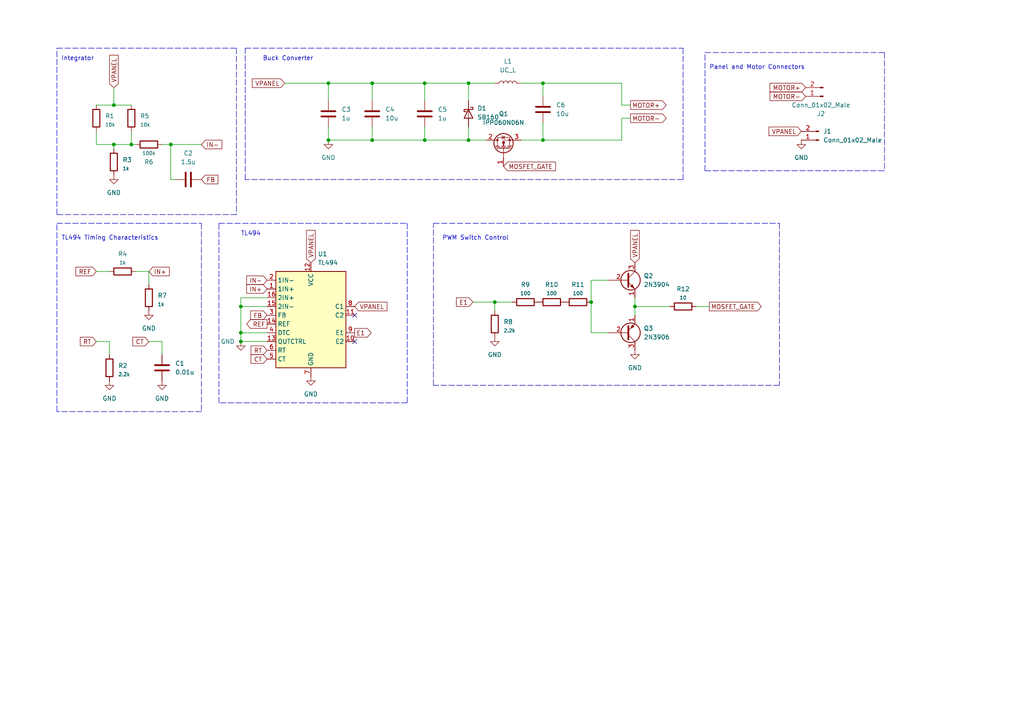
<source format=kicad_sch>
(kicad_sch (version 20211123) (generator eeschema)

  (uuid 6869c6d0-9e37-4fa6-946e-3c6cb22c4018)

  (paper "A4")

  (lib_symbols
    (symbol "Connector:Conn_01x02_Male" (pin_names (offset 1.016) hide) (in_bom yes) (on_board yes)
      (property "Reference" "J" (id 0) (at 0 2.54 0)
        (effects (font (size 1.27 1.27)))
      )
      (property "Value" "Conn_01x02_Male" (id 1) (at 0 -5.08 0)
        (effects (font (size 1.27 1.27)))
      )
      (property "Footprint" "" (id 2) (at 0 0 0)
        (effects (font (size 1.27 1.27)) hide)
      )
      (property "Datasheet" "~" (id 3) (at 0 0 0)
        (effects (font (size 1.27 1.27)) hide)
      )
      (property "ki_keywords" "connector" (id 4) (at 0 0 0)
        (effects (font (size 1.27 1.27)) hide)
      )
      (property "ki_description" "Generic connector, single row, 01x02, script generated (kicad-library-utils/schlib/autogen/connector/)" (id 5) (at 0 0 0)
        (effects (font (size 1.27 1.27)) hide)
      )
      (property "ki_fp_filters" "Connector*:*_1x??_*" (id 6) (at 0 0 0)
        (effects (font (size 1.27 1.27)) hide)
      )
      (symbol "Conn_01x02_Male_1_1"
        (polyline
          (pts
            (xy 1.27 -2.54)
            (xy 0.8636 -2.54)
          )
          (stroke (width 0.1524) (type default) (color 0 0 0 0))
          (fill (type none))
        )
        (polyline
          (pts
            (xy 1.27 0)
            (xy 0.8636 0)
          )
          (stroke (width 0.1524) (type default) (color 0 0 0 0))
          (fill (type none))
        )
        (rectangle (start 0.8636 -2.413) (end 0 -2.667)
          (stroke (width 0.1524) (type default) (color 0 0 0 0))
          (fill (type outline))
        )
        (rectangle (start 0.8636 0.127) (end 0 -0.127)
          (stroke (width 0.1524) (type default) (color 0 0 0 0))
          (fill (type outline))
        )
        (pin passive line (at 5.08 0 180) (length 3.81)
          (name "Pin_1" (effects (font (size 1.27 1.27))))
          (number "1" (effects (font (size 1.27 1.27))))
        )
        (pin passive line (at 5.08 -2.54 180) (length 3.81)
          (name "Pin_2" (effects (font (size 1.27 1.27))))
          (number "2" (effects (font (size 1.27 1.27))))
        )
      )
    )
    (symbol "Diode:SB160" (pin_numbers hide) (pin_names (offset 1.016) hide) (in_bom yes) (on_board yes)
      (property "Reference" "D" (id 0) (at 0 2.54 0)
        (effects (font (size 1.27 1.27)))
      )
      (property "Value" "SB160" (id 1) (at 0 -2.54 0)
        (effects (font (size 1.27 1.27)))
      )
      (property "Footprint" "Diode_THT:D_DO-41_SOD81_P10.16mm_Horizontal" (id 2) (at 0 -4.445 0)
        (effects (font (size 1.27 1.27)) hide)
      )
      (property "Datasheet" "http://www.diodes.com/_files/datasheets/ds23022.pdf" (id 3) (at 0 0 0)
        (effects (font (size 1.27 1.27)) hide)
      )
      (property "ki_keywords" "diode Schottky" (id 4) (at 0 0 0)
        (effects (font (size 1.27 1.27)) hide)
      )
      (property "ki_description" "60V 1A Schottky Barrier Rectifier Diode, DO-41" (id 5) (at 0 0 0)
        (effects (font (size 1.27 1.27)) hide)
      )
      (property "ki_fp_filters" "D*DO?41*" (id 6) (at 0 0 0)
        (effects (font (size 1.27 1.27)) hide)
      )
      (symbol "SB160_0_1"
        (polyline
          (pts
            (xy 1.27 0)
            (xy -1.27 0)
          )
          (stroke (width 0) (type default) (color 0 0 0 0))
          (fill (type none))
        )
        (polyline
          (pts
            (xy 1.27 1.27)
            (xy 1.27 -1.27)
            (xy -1.27 0)
            (xy 1.27 1.27)
          )
          (stroke (width 0.254) (type default) (color 0 0 0 0))
          (fill (type none))
        )
        (polyline
          (pts
            (xy -1.905 0.635)
            (xy -1.905 1.27)
            (xy -1.27 1.27)
            (xy -1.27 -1.27)
            (xy -0.635 -1.27)
            (xy -0.635 -0.635)
          )
          (stroke (width 0.254) (type default) (color 0 0 0 0))
          (fill (type none))
        )
      )
      (symbol "SB160_1_1"
        (pin passive line (at -3.81 0 0) (length 2.54)
          (name "K" (effects (font (size 1.27 1.27))))
          (number "1" (effects (font (size 1.27 1.27))))
        )
        (pin passive line (at 3.81 0 180) (length 2.54)
          (name "A" (effects (font (size 1.27 1.27))))
          (number "2" (effects (font (size 1.27 1.27))))
        )
      )
    )
    (symbol "Regulator_Controller:TL494" (in_bom yes) (on_board yes)
      (property "Reference" "U" (id 0) (at 3.81 19.05 0)
        (effects (font (size 1.27 1.27)) (justify left))
      )
      (property "Value" "TL494" (id 1) (at 3.81 16.51 0)
        (effects (font (size 1.27 1.27)) (justify left))
      )
      (property "Footprint" "" (id 2) (at 0 0 0)
        (effects (font (size 1.27 1.27)) hide)
      )
      (property "Datasheet" "http://www.ti.com/lit/ds/symlink/tl494.pdf" (id 3) (at 0 0 0)
        (effects (font (size 1.27 1.27)) hide)
      )
      (property "ki_keywords" "SMPS PWM Controller" (id 4) (at 0 0 0)
        (effects (font (size 1.27 1.27)) hide)
      )
      (property "ki_description" "Pulse-Width-Modulation Control Circuits, PDIP-16/SOIC-16/TSSOP-16" (id 5) (at 0 0 0)
        (effects (font (size 1.27 1.27)) hide)
      )
      (property "ki_fp_filters" "TSSOP*4.4x5mm*P0.65mm* SOIC*3.9x9.9mm*P1.27mm* SOIC*5.3x10.2mm*P1.27mm* DIP*W7.62mm*" (id 6) (at 0 0 0)
        (effects (font (size 1.27 1.27)) hide)
      )
      (symbol "TL494_0_1"
        (rectangle (start -10.16 -12.7) (end 10.16 15.24)
          (stroke (width 0.254) (type default) (color 0 0 0 0))
          (fill (type background))
        )
      )
      (symbol "TL494_1_1"
        (pin input line (at -12.7 10.16 0) (length 2.54)
          (name "1IN+" (effects (font (size 1.27 1.27))))
          (number "1" (effects (font (size 1.27 1.27))))
        )
        (pin passive line (at 12.7 -5.08 180) (length 2.54)
          (name "E2" (effects (font (size 1.27 1.27))))
          (number "10" (effects (font (size 1.27 1.27))))
        )
        (pin passive line (at 12.7 2.54 180) (length 2.54)
          (name "C2" (effects (font (size 1.27 1.27))))
          (number "11" (effects (font (size 1.27 1.27))))
        )
        (pin power_in line (at 0 17.78 270) (length 2.54)
          (name "VCC" (effects (font (size 1.27 1.27))))
          (number "12" (effects (font (size 1.27 1.27))))
        )
        (pin input line (at -12.7 -5.08 0) (length 2.54)
          (name "OUTCTRL" (effects (font (size 1.27 1.27))))
          (number "13" (effects (font (size 1.27 1.27))))
        )
        (pin power_out line (at -12.7 0 0) (length 2.54)
          (name "REF" (effects (font (size 1.27 1.27))))
          (number "14" (effects (font (size 1.27 1.27))))
        )
        (pin input line (at -12.7 5.08 0) (length 2.54)
          (name "2IN-" (effects (font (size 1.27 1.27))))
          (number "15" (effects (font (size 1.27 1.27))))
        )
        (pin input line (at -12.7 7.62 0) (length 2.54)
          (name "2IN+" (effects (font (size 1.27 1.27))))
          (number "16" (effects (font (size 1.27 1.27))))
        )
        (pin input line (at -12.7 12.7 0) (length 2.54)
          (name "1IN-" (effects (font (size 1.27 1.27))))
          (number "2" (effects (font (size 1.27 1.27))))
        )
        (pin output line (at -12.7 2.54 0) (length 2.54)
          (name "FB" (effects (font (size 1.27 1.27))))
          (number "3" (effects (font (size 1.27 1.27))))
        )
        (pin input line (at -12.7 -2.54 0) (length 2.54)
          (name "DTC" (effects (font (size 1.27 1.27))))
          (number "4" (effects (font (size 1.27 1.27))))
        )
        (pin passive line (at -12.7 -10.16 0) (length 2.54)
          (name "CT" (effects (font (size 1.27 1.27))))
          (number "5" (effects (font (size 1.27 1.27))))
        )
        (pin passive line (at -12.7 -7.62 0) (length 2.54)
          (name "RT" (effects (font (size 1.27 1.27))))
          (number "6" (effects (font (size 1.27 1.27))))
        )
        (pin power_in line (at 0 -15.24 90) (length 2.54)
          (name "GND" (effects (font (size 1.27 1.27))))
          (number "7" (effects (font (size 1.27 1.27))))
        )
        (pin passive line (at 12.7 5.08 180) (length 2.54)
          (name "C1" (effects (font (size 1.27 1.27))))
          (number "8" (effects (font (size 1.27 1.27))))
        )
        (pin passive line (at 12.7 -2.54 180) (length 2.54)
          (name "E1" (effects (font (size 1.27 1.27))))
          (number "9" (effects (font (size 1.27 1.27))))
        )
      )
    )
    (symbol "Transistor_BJT:2N3904" (pin_names (offset 0) hide) (in_bom yes) (on_board yes)
      (property "Reference" "Q" (id 0) (at 5.08 1.905 0)
        (effects (font (size 1.27 1.27)) (justify left))
      )
      (property "Value" "2N3904" (id 1) (at 5.08 0 0)
        (effects (font (size 1.27 1.27)) (justify left))
      )
      (property "Footprint" "Package_TO_SOT_THT:TO-92_Inline" (id 2) (at 5.08 -1.905 0)
        (effects (font (size 1.27 1.27) italic) (justify left) hide)
      )
      (property "Datasheet" "https://www.onsemi.com/pub/Collateral/2N3903-D.PDF" (id 3) (at 0 0 0)
        (effects (font (size 1.27 1.27)) (justify left) hide)
      )
      (property "ki_keywords" "NPN Transistor" (id 4) (at 0 0 0)
        (effects (font (size 1.27 1.27)) hide)
      )
      (property "ki_description" "0.2A Ic, 40V Vce, Small Signal NPN Transistor, TO-92" (id 5) (at 0 0 0)
        (effects (font (size 1.27 1.27)) hide)
      )
      (property "ki_fp_filters" "TO?92*" (id 6) (at 0 0 0)
        (effects (font (size 1.27 1.27)) hide)
      )
      (symbol "2N3904_0_1"
        (polyline
          (pts
            (xy 0.635 0.635)
            (xy 2.54 2.54)
          )
          (stroke (width 0) (type default) (color 0 0 0 0))
          (fill (type none))
        )
        (polyline
          (pts
            (xy 0.635 -0.635)
            (xy 2.54 -2.54)
            (xy 2.54 -2.54)
          )
          (stroke (width 0) (type default) (color 0 0 0 0))
          (fill (type none))
        )
        (polyline
          (pts
            (xy 0.635 1.905)
            (xy 0.635 -1.905)
            (xy 0.635 -1.905)
          )
          (stroke (width 0.508) (type default) (color 0 0 0 0))
          (fill (type none))
        )
        (polyline
          (pts
            (xy 1.27 -1.778)
            (xy 1.778 -1.27)
            (xy 2.286 -2.286)
            (xy 1.27 -1.778)
            (xy 1.27 -1.778)
          )
          (stroke (width 0) (type default) (color 0 0 0 0))
          (fill (type outline))
        )
        (circle (center 1.27 0) (radius 2.8194)
          (stroke (width 0.254) (type default) (color 0 0 0 0))
          (fill (type none))
        )
      )
      (symbol "2N3904_1_1"
        (pin passive line (at 2.54 -5.08 90) (length 2.54)
          (name "E" (effects (font (size 1.27 1.27))))
          (number "1" (effects (font (size 1.27 1.27))))
        )
        (pin passive line (at -5.08 0 0) (length 5.715)
          (name "B" (effects (font (size 1.27 1.27))))
          (number "2" (effects (font (size 1.27 1.27))))
        )
        (pin passive line (at 2.54 5.08 270) (length 2.54)
          (name "C" (effects (font (size 1.27 1.27))))
          (number "3" (effects (font (size 1.27 1.27))))
        )
      )
    )
    (symbol "Transistor_BJT:2N3906" (pin_names (offset 0) hide) (in_bom yes) (on_board yes)
      (property "Reference" "Q" (id 0) (at 5.08 1.905 0)
        (effects (font (size 1.27 1.27)) (justify left))
      )
      (property "Value" "2N3906" (id 1) (at 5.08 0 0)
        (effects (font (size 1.27 1.27)) (justify left))
      )
      (property "Footprint" "Package_TO_SOT_THT:TO-92_Inline" (id 2) (at 5.08 -1.905 0)
        (effects (font (size 1.27 1.27) italic) (justify left) hide)
      )
      (property "Datasheet" "https://www.onsemi.com/pub/Collateral/2N3906-D.PDF" (id 3) (at 0 0 0)
        (effects (font (size 1.27 1.27)) (justify left) hide)
      )
      (property "ki_keywords" "PNP Transistor" (id 4) (at 0 0 0)
        (effects (font (size 1.27 1.27)) hide)
      )
      (property "ki_description" "-0.2A Ic, -40V Vce, Small Signal PNP Transistor, TO-92" (id 5) (at 0 0 0)
        (effects (font (size 1.27 1.27)) hide)
      )
      (property "ki_fp_filters" "TO?92*" (id 6) (at 0 0 0)
        (effects (font (size 1.27 1.27)) hide)
      )
      (symbol "2N3906_0_1"
        (polyline
          (pts
            (xy 0.635 0.635)
            (xy 2.54 2.54)
          )
          (stroke (width 0) (type default) (color 0 0 0 0))
          (fill (type none))
        )
        (polyline
          (pts
            (xy 0.635 -0.635)
            (xy 2.54 -2.54)
            (xy 2.54 -2.54)
          )
          (stroke (width 0) (type default) (color 0 0 0 0))
          (fill (type none))
        )
        (polyline
          (pts
            (xy 0.635 1.905)
            (xy 0.635 -1.905)
            (xy 0.635 -1.905)
          )
          (stroke (width 0.508) (type default) (color 0 0 0 0))
          (fill (type none))
        )
        (polyline
          (pts
            (xy 2.286 -1.778)
            (xy 1.778 -2.286)
            (xy 1.27 -1.27)
            (xy 2.286 -1.778)
            (xy 2.286 -1.778)
          )
          (stroke (width 0) (type default) (color 0 0 0 0))
          (fill (type outline))
        )
        (circle (center 1.27 0) (radius 2.8194)
          (stroke (width 0.254) (type default) (color 0 0 0 0))
          (fill (type none))
        )
      )
      (symbol "2N3906_1_1"
        (pin passive line (at 2.54 -5.08 90) (length 2.54)
          (name "E" (effects (font (size 1.27 1.27))))
          (number "1" (effects (font (size 1.27 1.27))))
        )
        (pin input line (at -5.08 0 0) (length 5.715)
          (name "B" (effects (font (size 1.27 1.27))))
          (number "2" (effects (font (size 1.27 1.27))))
        )
        (pin passive line (at 2.54 5.08 270) (length 2.54)
          (name "C" (effects (font (size 1.27 1.27))))
          (number "3" (effects (font (size 1.27 1.27))))
        )
      )
    )
    (symbol "Transistor_FET:IPP060N06N" (pin_names hide) (in_bom yes) (on_board yes)
      (property "Reference" "Q" (id 0) (at 6.35 1.905 0)
        (effects (font (size 1.27 1.27)) (justify left))
      )
      (property "Value" "IPP060N06N" (id 1) (at 6.35 0 0)
        (effects (font (size 1.27 1.27)) (justify left))
      )
      (property "Footprint" "Package_TO_SOT_THT:TO-220-3_Vertical" (id 2) (at 6.35 -1.905 0)
        (effects (font (size 1.27 1.27) italic) (justify left) hide)
      )
      (property "Datasheet" "https://www.infineon.com/dgdl/Infineon-IPP060N06N-DS-v02_02-en.pdf?fileId=db3a30433727a44301372c06d9d7498a" (id 3) (at 0 0 0)
        (effects (font (size 1.27 1.27)) (justify left) hide)
      )
      (property "ki_keywords" "N-Channel Power MOSFET Infineon" (id 4) (at 0 0 0)
        (effects (font (size 1.27 1.27)) hide)
      )
      (property "ki_description" "45A Id, 60V Vds, Single N-Channel Power MOSFET, 6mOhm Ron, TO-220" (id 5) (at 0 0 0)
        (effects (font (size 1.27 1.27)) hide)
      )
      (property "ki_fp_filters" "TO?220*" (id 6) (at 0 0 0)
        (effects (font (size 1.27 1.27)) hide)
      )
      (symbol "IPP060N06N_0_1"
        (polyline
          (pts
            (xy 0.254 0)
            (xy -2.54 0)
          )
          (stroke (width 0) (type default) (color 0 0 0 0))
          (fill (type none))
        )
        (polyline
          (pts
            (xy 0.254 1.905)
            (xy 0.254 -1.905)
          )
          (stroke (width 0.254) (type default) (color 0 0 0 0))
          (fill (type none))
        )
        (polyline
          (pts
            (xy 0.762 -1.27)
            (xy 0.762 -2.286)
          )
          (stroke (width 0.254) (type default) (color 0 0 0 0))
          (fill (type none))
        )
        (polyline
          (pts
            (xy 0.762 0.508)
            (xy 0.762 -0.508)
          )
          (stroke (width 0.254) (type default) (color 0 0 0 0))
          (fill (type none))
        )
        (polyline
          (pts
            (xy 0.762 2.286)
            (xy 0.762 1.27)
          )
          (stroke (width 0.254) (type default) (color 0 0 0 0))
          (fill (type none))
        )
        (polyline
          (pts
            (xy 2.54 2.54)
            (xy 2.54 1.778)
          )
          (stroke (width 0) (type default) (color 0 0 0 0))
          (fill (type none))
        )
        (polyline
          (pts
            (xy 2.54 -2.54)
            (xy 2.54 0)
            (xy 0.762 0)
          )
          (stroke (width 0) (type default) (color 0 0 0 0))
          (fill (type none))
        )
        (polyline
          (pts
            (xy 0.762 -1.778)
            (xy 3.302 -1.778)
            (xy 3.302 1.778)
            (xy 0.762 1.778)
          )
          (stroke (width 0) (type default) (color 0 0 0 0))
          (fill (type none))
        )
        (polyline
          (pts
            (xy 1.016 0)
            (xy 2.032 0.381)
            (xy 2.032 -0.381)
            (xy 1.016 0)
          )
          (stroke (width 0) (type default) (color 0 0 0 0))
          (fill (type outline))
        )
        (polyline
          (pts
            (xy 2.794 0.508)
            (xy 2.921 0.381)
            (xy 3.683 0.381)
            (xy 3.81 0.254)
          )
          (stroke (width 0) (type default) (color 0 0 0 0))
          (fill (type none))
        )
        (polyline
          (pts
            (xy 3.302 0.381)
            (xy 2.921 -0.254)
            (xy 3.683 -0.254)
            (xy 3.302 0.381)
          )
          (stroke (width 0) (type default) (color 0 0 0 0))
          (fill (type none))
        )
        (circle (center 1.651 0) (radius 2.794)
          (stroke (width 0.254) (type default) (color 0 0 0 0))
          (fill (type none))
        )
        (circle (center 2.54 -1.778) (radius 0.254)
          (stroke (width 0) (type default) (color 0 0 0 0))
          (fill (type outline))
        )
        (circle (center 2.54 1.778) (radius 0.254)
          (stroke (width 0) (type default) (color 0 0 0 0))
          (fill (type outline))
        )
      )
      (symbol "IPP060N06N_1_1"
        (pin input line (at -5.08 0 0) (length 2.54)
          (name "G" (effects (font (size 1.27 1.27))))
          (number "1" (effects (font (size 1.27 1.27))))
        )
        (pin passive line (at 2.54 5.08 270) (length 2.54)
          (name "D" (effects (font (size 1.27 1.27))))
          (number "2" (effects (font (size 1.27 1.27))))
        )
        (pin passive line (at 2.54 -5.08 90) (length 2.54)
          (name "S" (effects (font (size 1.27 1.27))))
          (number "3" (effects (font (size 1.27 1.27))))
        )
      )
    )
    (symbol "enel200_uc_kicad5:UC_C" (pin_numbers hide) (pin_names (offset 0.254)) (in_bom yes) (on_board yes)
      (property "Reference" "C" (id 0) (at 0.635 2.54 0)
        (effects (font (size 1.27 1.27)) (justify left))
      )
      (property "Value" "UC_C" (id 1) (at 0.635 -2.54 0)
        (effects (font (size 1.27 1.27)) (justify left))
      )
      (property "Footprint" "Capacitor_THT:C_Rect_L7.0mm_W2.5mm_P5.00mm" (id 2) (at 0 -5.08 0)
        (effects (font (size 1.27 1.27)) hide)
      )
      (property "Datasheet" "" (id 3) (at 0 0 0)
        (effects (font (size 1.27 1.27)) hide)
      )
      (property "ki_fp_filters" "C_*" (id 4) (at 0 0 0)
        (effects (font (size 1.27 1.27)) hide)
      )
      (symbol "UC_C_0_1"
        (polyline
          (pts
            (xy -2.032 -0.762)
            (xy 2.032 -0.762)
          )
          (stroke (width 0.508) (type default) (color 0 0 0 0))
          (fill (type none))
        )
        (polyline
          (pts
            (xy -2.032 0.762)
            (xy 2.032 0.762)
          )
          (stroke (width 0.508) (type default) (color 0 0 0 0))
          (fill (type none))
        )
      )
      (symbol "UC_C_1_1"
        (pin passive line (at 0 3.81 270) (length 2.794)
          (name "~" (effects (font (size 1.27 1.27))))
          (number "1" (effects (font (size 1.27 1.27))))
        )
        (pin passive line (at 0 -3.81 90) (length 2.794)
          (name "~" (effects (font (size 1.27 1.27))))
          (number "2" (effects (font (size 1.27 1.27))))
        )
      )
    )
    (symbol "enel200_uc_kicad5:UC_L" (pin_numbers hide) (pin_names (offset 1.016) hide) (in_bom yes) (on_board yes)
      (property "Reference" "L" (id 0) (at -0.127 1.651 0)
        (effects (font (size 1.27 1.27)))
      )
      (property "Value" "UC_L" (id 1) (at 0.254 -1.27 0)
        (effects (font (size 1.27 1.27)))
      )
      (property "Footprint" "Inductor_THT:L_Axial_L6.6mm_D2.7mm_P2.54mm_Vertical_Vishay_IM-2" (id 2) (at 0 -3.81 0)
        (effects (font (size 1.524 1.524)) hide)
      )
      (property "Datasheet" "" (id 3) (at 0 0 0)
        (effects (font (size 1.524 1.524)))
      )
      (property "ki_fp_filters" "L_*" (id 4) (at 0 0 0)
        (effects (font (size 1.27 1.27)) hide)
      )
      (symbol "UC_L_0_0"
        (arc (start -1.27 0) (mid -1.905 0.635) (end -2.54 0)
          (stroke (width 0) (type default) (color 0 0 0 0))
          (fill (type none))
        )
        (arc (start 0 0) (mid -0.635 0.635) (end -1.27 0)
          (stroke (width 0) (type default) (color 0 0 0 0))
          (fill (type none))
        )
        (arc (start 1.27 0) (mid 0.635 0.635) (end 0 0)
          (stroke (width 0) (type default) (color 0 0 0 0))
          (fill (type none))
        )
        (arc (start 2.54 0) (mid 1.905 0.635) (end 1.27 0)
          (stroke (width 0) (type default) (color 0 0 0 0))
          (fill (type none))
        )
      )
      (symbol "UC_L_1_1"
        (pin passive line (at -3.81 0 0) (length 1.27)
          (name "1" (effects (font (size 1.778 1.778))))
          (number "1" (effects (font (size 1.778 1.778))))
        )
        (pin passive line (at 3.81 0 180) (length 1.27)
          (name "2" (effects (font (size 1.778 1.778))))
          (number "2" (effects (font (size 1.778 1.778))))
        )
      )
    )
    (symbol "enel200_uc_kicad5:UC_R" (pin_numbers hide) (pin_names (offset 0)) (in_bom yes) (on_board yes)
      (property "Reference" "R" (id 0) (at -1.905 -0.127 90)
        (effects (font (size 1.27 1.27)))
      )
      (property "Value" "UC_R" (id 1) (at 0.127 0 90)
        (effects (font (size 1.016 1.016)))
      )
      (property "Footprint" "Resistor_THT:R_Axial_DIN0207_L6.3mm_D2.5mm_P2.54mm_Vertical" (id 2) (at 0 -6.35 0)
        (effects (font (size 1.524 1.524)) hide)
      )
      (property "Datasheet" "" (id 3) (at 0 0 0)
        (effects (font (size 1.524 1.524)))
      )
      (property "ki_fp_filters" "R_*" (id 4) (at 0 0 0)
        (effects (font (size 1.27 1.27)) hide)
      )
      (symbol "UC_R_0_1"
        (rectangle (start -1.016 2.54) (end 1.016 -2.54)
          (stroke (width 0.3048) (type default) (color 0 0 0 0))
          (fill (type none))
        )
      )
      (symbol "UC_R_1_1"
        (pin passive line (at 0 3.81 270) (length 1.27)
          (name "~" (effects (font (size 1.524 1.524))))
          (number "1" (effects (font (size 1.524 1.524))))
        )
        (pin passive line (at 0 -3.81 90) (length 1.27)
          (name "~" (effects (font (size 1.524 1.524))))
          (number "2" (effects (font (size 1.524 1.524))))
        )
      )
    )
    (symbol "power:GND" (power) (pin_names (offset 0)) (in_bom yes) (on_board yes)
      (property "Reference" "#PWR" (id 0) (at 0 -6.35 0)
        (effects (font (size 1.27 1.27)) hide)
      )
      (property "Value" "GND" (id 1) (at 0 -3.81 0)
        (effects (font (size 1.27 1.27)))
      )
      (property "Footprint" "" (id 2) (at 0 0 0)
        (effects (font (size 1.27 1.27)) hide)
      )
      (property "Datasheet" "" (id 3) (at 0 0 0)
        (effects (font (size 1.27 1.27)) hide)
      )
      (property "ki_keywords" "power-flag" (id 4) (at 0 0 0)
        (effects (font (size 1.27 1.27)) hide)
      )
      (property "ki_description" "Power symbol creates a global label with name \"GND\" , ground" (id 5) (at 0 0 0)
        (effects (font (size 1.27 1.27)) hide)
      )
      (symbol "GND_0_1"
        (polyline
          (pts
            (xy 0 0)
            (xy 0 -1.27)
            (xy 1.27 -1.27)
            (xy 0 -2.54)
            (xy -1.27 -1.27)
            (xy 0 -1.27)
          )
          (stroke (width 0) (type default) (color 0 0 0 0))
          (fill (type none))
        )
      )
      (symbol "GND_1_1"
        (pin power_in line (at 0 0 270) (length 0) hide
          (name "GND" (effects (font (size 1.27 1.27))))
          (number "1" (effects (font (size 1.27 1.27))))
        )
      )
    )
  )

  (junction (at 135.89 24.13) (diameter 0) (color 0 0 0 0)
    (uuid 085e13c4-a3fc-4467-8349-3710e2355c20)
  )
  (junction (at 123.19 24.13) (diameter 0) (color 0 0 0 0)
    (uuid 09fb695a-b64e-45c3-8f25-0169b005ada4)
  )
  (junction (at 33.02 41.91) (diameter 0) (color 0 0 0 0)
    (uuid 1470b1c4-66b0-48ea-adf4-098ccfdfaf4a)
  )
  (junction (at 107.95 24.13) (diameter 0) (color 0 0 0 0)
    (uuid 183f3e49-25aa-4f95-952c-e2d772ddb23b)
  )
  (junction (at 49.53 41.91) (diameter 0) (color 0 0 0 0)
    (uuid 3a8073b7-adbe-4b0f-9a4c-df043a72ad2d)
  )
  (junction (at 184.15 88.9) (diameter 0) (color 0 0 0 0)
    (uuid 44e9d009-4bd1-4a8e-bf2e-bd9abbc64644)
  )
  (junction (at 69.85 96.52) (diameter 0) (color 0 0 0 0)
    (uuid 48596acf-57aa-456a-b864-f628dab4b305)
  )
  (junction (at 107.95 40.64) (diameter 0) (color 0 0 0 0)
    (uuid 489a2ad5-192b-4148-842b-f2a130d089c9)
  )
  (junction (at 69.85 88.9) (diameter 0) (color 0 0 0 0)
    (uuid 6a454952-cf57-4db8-a103-2fd26ead4e6c)
  )
  (junction (at 95.25 40.64) (diameter 0) (color 0 0 0 0)
    (uuid 748226f1-a49a-464a-b864-293132892a8e)
  )
  (junction (at 157.48 40.64) (diameter 0) (color 0 0 0 0)
    (uuid 75171ce6-a1d5-4b59-9f7b-f0e8005b10a1)
  )
  (junction (at 69.85 99.06) (diameter 0) (color 0 0 0 0)
    (uuid 798b1924-f814-4902-9dc7-bb3c20438c1a)
  )
  (junction (at 95.25 24.13) (diameter 0) (color 0 0 0 0)
    (uuid 7b87e24e-ed9a-4b76-b873-0c37cf408377)
  )
  (junction (at 143.51 87.63) (diameter 0) (color 0 0 0 0)
    (uuid 7c35ec5c-0df1-40a1-b937-d3cfb82f0211)
  )
  (junction (at 33.02 30.48) (diameter 0) (color 0 0 0 0)
    (uuid 89012bbe-acbe-44fa-a561-d03a7960b883)
  )
  (junction (at 157.48 24.13) (diameter 0) (color 0 0 0 0)
    (uuid b9ef6ea8-16bc-4d41-8be7-3d8c765346a5)
  )
  (junction (at 135.89 40.64) (diameter 0) (color 0 0 0 0)
    (uuid bf9eb4d3-a909-4ed3-9eab-6364f0b1256c)
  )
  (junction (at 171.45 87.63) (diameter 0) (color 0 0 0 0)
    (uuid d196495b-cc17-4676-99ea-8b4e56ff47cd)
  )
  (junction (at 123.19 40.64) (diameter 0) (color 0 0 0 0)
    (uuid dad79aaa-4117-4fa5-8788-ec5149f3c169)
  )
  (junction (at 38.1 41.91) (diameter 0) (color 0 0 0 0)
    (uuid e4e922c8-59cb-4159-b80a-87bca83aa163)
  )

  (no_connect (at 102.87 99.06) (uuid 58e564ba-3eac-46e5-8981-d00c653ceacd))
  (no_connect (at 102.87 91.44) (uuid 58e564ba-3eac-46e5-8981-d00c653ceace))

  (polyline (pts (xy 16.51 62.23) (xy 16.51 13.97))
    (stroke (width 0) (type default) (color 0 0 0 0))
    (uuid 0381a225-7a9f-4d4b-a962-ddd3c6d25887)
  )
  (polyline (pts (xy 198.12 13.97) (xy 198.12 52.07))
    (stroke (width 0) (type default) (color 0 0 0 0))
    (uuid 111360af-5c3a-4248-b47a-0d54079b581c)
  )

  (wire (pts (xy 69.85 86.36) (xy 69.85 88.9))
    (stroke (width 0) (type default) (color 0 0 0 0))
    (uuid 12501d5c-ba8e-483c-8f54-be258fe2293f)
  )
  (wire (pts (xy 95.25 29.21) (xy 95.25 24.13))
    (stroke (width 0) (type default) (color 0 0 0 0))
    (uuid 132d1ae8-0dfb-457e-9a42-cd777ec9dc5b)
  )
  (wire (pts (xy 143.51 87.63) (xy 148.59 87.63))
    (stroke (width 0) (type default) (color 0 0 0 0))
    (uuid 13b0dd44-371e-47c9-bc6f-a6751c809d01)
  )
  (wire (pts (xy 157.48 24.13) (xy 180.34 24.13))
    (stroke (width 0) (type default) (color 0 0 0 0))
    (uuid 1470450d-5bb8-47bb-986e-800dbfc4ca0c)
  )
  (polyline (pts (xy 58.42 64.77) (xy 58.42 119.38))
    (stroke (width 0) (type default) (color 0 0 0 0))
    (uuid 15609e79-f613-405f-af38-2713ae6a34fa)
  )
  (polyline (pts (xy 204.47 49.53) (xy 256.54 49.53))
    (stroke (width 0) (type default) (color 0 0 0 0))
    (uuid 16490cfc-b9c9-4c18-af1a-26c6a1faa39a)
  )

  (wire (pts (xy 123.19 29.21) (xy 123.19 24.13))
    (stroke (width 0) (type default) (color 0 0 0 0))
    (uuid 16c9110c-231e-45a3-ad9d-8012f7772cd4)
  )
  (wire (pts (xy 171.45 96.52) (xy 176.53 96.52))
    (stroke (width 0) (type default) (color 0 0 0 0))
    (uuid 17b5b018-092e-4203-b874-5a7943e7bd51)
  )
  (wire (pts (xy 171.45 81.28) (xy 176.53 81.28))
    (stroke (width 0) (type default) (color 0 0 0 0))
    (uuid 1aace1da-484e-466e-8667-38c64ea2dfa7)
  )
  (wire (pts (xy 135.89 36.83) (xy 135.89 40.64))
    (stroke (width 0) (type default) (color 0 0 0 0))
    (uuid 1c41f523-9058-44f0-95de-c3b0a42715e5)
  )
  (wire (pts (xy 107.95 40.64) (xy 123.19 40.64))
    (stroke (width 0) (type default) (color 0 0 0 0))
    (uuid 1d819f08-a876-4fbe-a329-b240a65f4267)
  )
  (polyline (pts (xy 16.51 13.97) (xy 68.58 13.97))
    (stroke (width 0) (type default) (color 0 0 0 0))
    (uuid 2246e782-5d86-475e-bf0e-34c695ac6215)
  )
  (polyline (pts (xy 68.58 62.23) (xy 16.51 62.23))
    (stroke (width 0) (type default) (color 0 0 0 0))
    (uuid 3118e697-cead-4aff-929c-63b6abfec723)
  )
  (polyline (pts (xy 71.12 52.07) (xy 71.12 13.97))
    (stroke (width 0) (type default) (color 0 0 0 0))
    (uuid 317c7d4e-9c08-493e-996f-7fbd3274e310)
  )

  (wire (pts (xy 135.89 24.13) (xy 143.51 24.13))
    (stroke (width 0) (type default) (color 0 0 0 0))
    (uuid 335240a8-3590-46f2-afd2-bb1b6a41ff72)
  )
  (wire (pts (xy 137.16 87.63) (xy 143.51 87.63))
    (stroke (width 0) (type default) (color 0 0 0 0))
    (uuid 33979f57-296b-454a-baa8-410fc5a375cf)
  )
  (polyline (pts (xy 68.58 13.97) (xy 68.58 62.23))
    (stroke (width 0) (type default) (color 0 0 0 0))
    (uuid 39714b65-ae17-41b0-9831-e04d54f671b1)
  )
  (polyline (pts (xy 125.73 64.77) (xy 209.55 64.77))
    (stroke (width 0) (type default) (color 0 0 0 0))
    (uuid 3c1315e2-4b69-4e7e-9df6-8c678bae458d)
  )
  (polyline (pts (xy 209.55 64.77) (xy 226.06 64.77))
    (stroke (width 0) (type default) (color 0 0 0 0))
    (uuid 40c520b3-0863-41d1-811a-406b9ff7e634)
  )

  (wire (pts (xy 43.18 78.74) (xy 43.18 82.55))
    (stroke (width 0) (type default) (color 0 0 0 0))
    (uuid 4503ab84-ffa0-4722-9af3-bae20e578d75)
  )
  (wire (pts (xy 33.02 43.18) (xy 33.02 41.91))
    (stroke (width 0) (type default) (color 0 0 0 0))
    (uuid 493c6d30-3767-40cc-a6e7-f1fd9e6336c0)
  )
  (wire (pts (xy 95.25 40.64) (xy 107.95 40.64))
    (stroke (width 0) (type default) (color 0 0 0 0))
    (uuid 4b1f9396-3c85-4d78-b430-60a2d8485766)
  )
  (polyline (pts (xy 63.5 64.77) (xy 118.11 64.77))
    (stroke (width 0) (type default) (color 0 0 0 0))
    (uuid 4b67b7aa-772e-4cd2-9f7a-f86ffb3a6ecb)
  )

  (wire (pts (xy 184.15 88.9) (xy 194.31 88.9))
    (stroke (width 0) (type default) (color 0 0 0 0))
    (uuid 4bcdff11-cff4-4b5f-94d6-7928709a6bee)
  )
  (wire (pts (xy 27.94 38.1) (xy 27.94 41.91))
    (stroke (width 0) (type default) (color 0 0 0 0))
    (uuid 4c0dee15-90c4-48b9-bf21-3730d0412f87)
  )
  (wire (pts (xy 180.34 30.48) (xy 182.88 30.48))
    (stroke (width 0) (type default) (color 0 0 0 0))
    (uuid 4f31a9d2-e2db-42f7-8dfb-2cf532f1448e)
  )
  (wire (pts (xy 69.85 99.06) (xy 77.47 99.06))
    (stroke (width 0) (type default) (color 0 0 0 0))
    (uuid 4f59def7-e4fe-4268-93dc-3bb4c6ee6657)
  )
  (wire (pts (xy 27.94 78.74) (xy 31.75 78.74))
    (stroke (width 0) (type default) (color 0 0 0 0))
    (uuid 50efae2c-ab02-4ebb-a9bb-7e0b01cbecb4)
  )
  (wire (pts (xy 38.1 41.91) (xy 38.1 38.1))
    (stroke (width 0) (type default) (color 0 0 0 0))
    (uuid 546cd0a4-d438-4aaa-93f2-c040a73076ec)
  )
  (wire (pts (xy 33.02 25.4) (xy 33.02 30.48))
    (stroke (width 0) (type default) (color 0 0 0 0))
    (uuid 57839062-be29-453e-9a6b-108c489ae7c2)
  )
  (wire (pts (xy 46.99 41.91) (xy 49.53 41.91))
    (stroke (width 0) (type default) (color 0 0 0 0))
    (uuid 5c28ed51-7d97-471f-8a75-b0063dc8684a)
  )
  (wire (pts (xy 69.85 96.52) (xy 69.85 99.06))
    (stroke (width 0) (type default) (color 0 0 0 0))
    (uuid 633bf7c6-b0a2-4c7a-894e-2a6d47f089fa)
  )
  (wire (pts (xy 27.94 30.48) (xy 33.02 30.48))
    (stroke (width 0) (type default) (color 0 0 0 0))
    (uuid 64469c93-b14a-4a9a-8ba6-de41929dbc7c)
  )
  (wire (pts (xy 107.95 36.83) (xy 107.95 40.64))
    (stroke (width 0) (type default) (color 0 0 0 0))
    (uuid 652e8484-1f45-4a38-b150-fd78a9affcda)
  )
  (polyline (pts (xy 125.73 111.76) (xy 125.73 64.77))
    (stroke (width 0) (type default) (color 0 0 0 0))
    (uuid 666035c2-50fc-4294-a4b4-f35e49ad9061)
  )

  (wire (pts (xy 69.85 88.9) (xy 77.47 88.9))
    (stroke (width 0) (type default) (color 0 0 0 0))
    (uuid 66d7ce94-02d6-4690-a682-abbea0e0151d)
  )
  (wire (pts (xy 135.89 40.64) (xy 140.97 40.64))
    (stroke (width 0) (type default) (color 0 0 0 0))
    (uuid 690f845d-9883-431e-ac6f-bd6b73c2d37d)
  )
  (polyline (pts (xy 58.42 119.38) (xy 16.51 119.38))
    (stroke (width 0) (type default) (color 0 0 0 0))
    (uuid 6b693027-58f5-4afd-a2ba-ebfc3ff8c6cf)
  )
  (polyline (pts (xy 16.51 64.77) (xy 58.42 64.77))
    (stroke (width 0) (type default) (color 0 0 0 0))
    (uuid 6edc8ab2-3002-4e5e-b9b2-8725e1f2f2c2)
  )

  (wire (pts (xy 201.93 88.9) (xy 205.74 88.9))
    (stroke (width 0) (type default) (color 0 0 0 0))
    (uuid 7356c6cb-fe64-4f94-abe6-8d262d7f569e)
  )
  (wire (pts (xy 182.88 34.29) (xy 180.34 34.29))
    (stroke (width 0) (type default) (color 0 0 0 0))
    (uuid 77fd5de0-4962-494b-a856-169b687fca4b)
  )
  (wire (pts (xy 27.94 99.06) (xy 31.75 99.06))
    (stroke (width 0) (type default) (color 0 0 0 0))
    (uuid 7994e9eb-e4bd-4618-aef0-f995b4eec308)
  )
  (wire (pts (xy 157.48 24.13) (xy 157.48 27.94))
    (stroke (width 0) (type default) (color 0 0 0 0))
    (uuid 79ed12b8-2dae-43e9-8693-5defd8c8155b)
  )
  (wire (pts (xy 180.34 24.13) (xy 180.34 30.48))
    (stroke (width 0) (type default) (color 0 0 0 0))
    (uuid 7b7e6be1-1422-4935-b73d-47897f2b6124)
  )
  (wire (pts (xy 123.19 36.83) (xy 123.19 40.64))
    (stroke (width 0) (type default) (color 0 0 0 0))
    (uuid 8589aef6-e5cb-42ba-a8c6-a63546cc3d63)
  )
  (wire (pts (xy 123.19 40.64) (xy 135.89 40.64))
    (stroke (width 0) (type default) (color 0 0 0 0))
    (uuid 872b48dd-d745-471a-a330-3059b3ebc6e1)
  )
  (wire (pts (xy 151.13 24.13) (xy 157.48 24.13))
    (stroke (width 0) (type default) (color 0 0 0 0))
    (uuid 8a30c664-fe8b-49bb-9e20-e3d24174336d)
  )
  (wire (pts (xy 82.55 24.13) (xy 95.25 24.13))
    (stroke (width 0) (type default) (color 0 0 0 0))
    (uuid 8cae15bf-208b-4992-9d0d-192d8c75907b)
  )
  (wire (pts (xy 143.51 87.63) (xy 143.51 90.17))
    (stroke (width 0) (type default) (color 0 0 0 0))
    (uuid 8e759a93-3ad1-4764-9fd0-c1f8b48cda63)
  )
  (wire (pts (xy 107.95 24.13) (xy 123.19 24.13))
    (stroke (width 0) (type default) (color 0 0 0 0))
    (uuid 8f5be1fb-e238-4f13-ab95-6788da7b1d4f)
  )
  (wire (pts (xy 184.15 86.36) (xy 184.15 88.9))
    (stroke (width 0) (type default) (color 0 0 0 0))
    (uuid 90cc04a6-2eaa-4790-8d5b-58b0c067e6fd)
  )
  (wire (pts (xy 27.94 41.91) (xy 33.02 41.91))
    (stroke (width 0) (type default) (color 0 0 0 0))
    (uuid 96b388d5-010d-46e6-9fa2-4e10d6566237)
  )
  (wire (pts (xy 151.13 40.64) (xy 157.48 40.64))
    (stroke (width 0) (type default) (color 0 0 0 0))
    (uuid 9ae58ef7-2e18-4d98-bed2-9f90704ecb90)
  )
  (wire (pts (xy 135.89 24.13) (xy 135.89 29.21))
    (stroke (width 0) (type default) (color 0 0 0 0))
    (uuid 9b880f42-734f-4360-8b74-8937e5a134f6)
  )
  (wire (pts (xy 69.85 86.36) (xy 77.47 86.36))
    (stroke (width 0) (type default) (color 0 0 0 0))
    (uuid 9c681da5-cb5d-445b-a0db-fcb525665db9)
  )
  (wire (pts (xy 184.15 88.9) (xy 184.15 91.44))
    (stroke (width 0) (type default) (color 0 0 0 0))
    (uuid a3c290cc-c266-4427-bfff-a4ce2f421e47)
  )
  (polyline (pts (xy 118.11 64.77) (xy 118.11 116.84))
    (stroke (width 0) (type default) (color 0 0 0 0))
    (uuid a7af139b-0921-49ff-bec0-ebf565e7aa64)
  )

  (wire (pts (xy 95.25 24.13) (xy 107.95 24.13))
    (stroke (width 0) (type default) (color 0 0 0 0))
    (uuid aa4329a0-983f-48ed-aefc-267540b123a6)
  )
  (wire (pts (xy 123.19 24.13) (xy 135.89 24.13))
    (stroke (width 0) (type default) (color 0 0 0 0))
    (uuid ac46b28f-dbf6-48c6-9a66-e7a0ec090845)
  )
  (polyline (pts (xy 256.54 15.24) (xy 256.54 49.53))
    (stroke (width 0) (type default) (color 0 0 0 0))
    (uuid ac5314d0-4fe1-47f5-b7a0-5dcd6096c631)
  )

  (wire (pts (xy 171.45 87.63) (xy 171.45 96.52))
    (stroke (width 0) (type default) (color 0 0 0 0))
    (uuid b1b61c7a-ecd5-4cfc-8804-42ab5d4cf5e1)
  )
  (wire (pts (xy 180.34 40.64) (xy 157.48 40.64))
    (stroke (width 0) (type default) (color 0 0 0 0))
    (uuid b4c0c173-2d10-4095-8dbf-08ee43e7d429)
  )
  (wire (pts (xy 69.85 96.52) (xy 77.47 96.52))
    (stroke (width 0) (type default) (color 0 0 0 0))
    (uuid bad17bd1-2323-4fc9-a253-4aa150038e96)
  )
  (wire (pts (xy 180.34 34.29) (xy 180.34 40.64))
    (stroke (width 0) (type default) (color 0 0 0 0))
    (uuid bf759dbb-2377-4ddc-a9e0-0ef3c0b51c38)
  )
  (wire (pts (xy 49.53 41.91) (xy 58.42 41.91))
    (stroke (width 0) (type default) (color 0 0 0 0))
    (uuid c0993f6e-5897-43b7-b051-d6c5110351c3)
  )
  (wire (pts (xy 39.37 78.74) (xy 43.18 78.74))
    (stroke (width 0) (type default) (color 0 0 0 0))
    (uuid c386484e-a904-4cf4-a571-5b3f8a0940ca)
  )
  (polyline (pts (xy 198.12 52.07) (xy 71.12 52.07))
    (stroke (width 0) (type default) (color 0 0 0 0))
    (uuid c3b977d3-cc7a-4305-81a1-02d7af87f53c)
  )
  (polyline (pts (xy 226.06 111.76) (xy 209.55 111.76))
    (stroke (width 0) (type default) (color 0 0 0 0))
    (uuid c5a63923-cc90-4276-b3c8-ee2b28b31db0)
  )

  (wire (pts (xy 49.53 52.07) (xy 50.8 52.07))
    (stroke (width 0) (type default) (color 0 0 0 0))
    (uuid c855a3c9-f7e4-4137-aef7-b3945ee2b154)
  )
  (polyline (pts (xy 63.5 116.84) (xy 63.5 64.77))
    (stroke (width 0) (type default) (color 0 0 0 0))
    (uuid cca7961e-d771-45a7-a416-4798efdad03c)
  )

  (wire (pts (xy 31.75 99.06) (xy 31.75 102.87))
    (stroke (width 0) (type default) (color 0 0 0 0))
    (uuid d23bf9f2-1661-42db-8579-477c57e6287c)
  )
  (polyline (pts (xy 204.47 49.53) (xy 204.47 15.24))
    (stroke (width 0) (type default) (color 0 0 0 0))
    (uuid d2624892-f174-4bec-9b17-645dd9d513f2)
  )

  (wire (pts (xy 95.25 36.83) (xy 95.25 40.64))
    (stroke (width 0) (type default) (color 0 0 0 0))
    (uuid d2e007cc-be06-473f-be0f-528662e4f72a)
  )
  (wire (pts (xy 171.45 81.28) (xy 171.45 87.63))
    (stroke (width 0) (type default) (color 0 0 0 0))
    (uuid d33e38ad-e2ea-4f21-97f7-ae58e7723014)
  )
  (wire (pts (xy 43.18 99.06) (xy 46.99 99.06))
    (stroke (width 0) (type default) (color 0 0 0 0))
    (uuid d3c37de3-4aeb-4038-bcd6-b55c19aa89c4)
  )
  (wire (pts (xy 107.95 29.21) (xy 107.95 24.13))
    (stroke (width 0) (type default) (color 0 0 0 0))
    (uuid dc5ad993-223c-404c-b51c-3c67a5e70f52)
  )
  (wire (pts (xy 33.02 30.48) (xy 38.1 30.48))
    (stroke (width 0) (type default) (color 0 0 0 0))
    (uuid dcf8a16b-352b-4947-aa7c-9c76d4cd0e83)
  )
  (polyline (pts (xy 118.11 116.84) (xy 63.5 116.84))
    (stroke (width 0) (type default) (color 0 0 0 0))
    (uuid e42ed1bd-7268-4c0e-b843-47e5e5d9353c)
  )

  (wire (pts (xy 69.85 88.9) (xy 69.85 96.52))
    (stroke (width 0) (type default) (color 0 0 0 0))
    (uuid e5eb5625-e5b6-4c09-b2b6-c50be9ac780f)
  )
  (polyline (pts (xy 204.47 15.24) (xy 256.54 15.24))
    (stroke (width 0) (type default) (color 0 0 0 0))
    (uuid e656473a-26ef-4031-bf8d-5365297d7679)
  )
  (polyline (pts (xy 209.55 111.76) (xy 125.73 111.76))
    (stroke (width 0) (type default) (color 0 0 0 0))
    (uuid e7d08c06-975d-491a-96af-13152cc4b116)
  )
  (polyline (pts (xy 16.51 119.38) (xy 16.51 64.77))
    (stroke (width 0) (type default) (color 0 0 0 0))
    (uuid e8dee04e-99fb-46b6-b502-ee3c50f8e556)
  )

  (wire (pts (xy 157.48 40.64) (xy 157.48 35.56))
    (stroke (width 0) (type default) (color 0 0 0 0))
    (uuid eb38167b-84db-4f57-86c7-e7e881dcac07)
  )
  (wire (pts (xy 33.02 41.91) (xy 38.1 41.91))
    (stroke (width 0) (type default) (color 0 0 0 0))
    (uuid ee19d598-6487-49b3-ba65-e2504a018f38)
  )
  (wire (pts (xy 46.99 99.06) (xy 46.99 102.87))
    (stroke (width 0) (type default) (color 0 0 0 0))
    (uuid ef8bf161-befc-4b22-80f3-5ee47dd77dc5)
  )
  (wire (pts (xy 49.53 41.91) (xy 49.53 52.07))
    (stroke (width 0) (type default) (color 0 0 0 0))
    (uuid f6075aa1-676b-46d0-9dda-b46e78d46a87)
  )
  (polyline (pts (xy 226.06 64.77) (xy 226.06 111.76))
    (stroke (width 0) (type default) (color 0 0 0 0))
    (uuid f64745d6-818f-4fe1-b8f2-92cbeda40de9)
  )

  (wire (pts (xy 38.1 41.91) (xy 39.37 41.91))
    (stroke (width 0) (type default) (color 0 0 0 0))
    (uuid fbbcaccb-bc20-4a3f-aee4-41a628666120)
  )
  (polyline (pts (xy 71.12 13.97) (xy 198.12 13.97))
    (stroke (width 0) (type default) (color 0 0 0 0))
    (uuid fda6a390-e921-4304-af8d-5d166b9653b5)
  )

  (text "Panel and Motor Connectors" (at 205.74 20.32 0)
    (effects (font (size 1.27 1.27)) (justify left bottom))
    (uuid 001993e2-62b3-4801-b75c-f402c89da888)
  )
  (text "PWM Switch Control" (at 128.27 69.85 0)
    (effects (font (size 1.27 1.27)) (justify left bottom))
    (uuid 181a08d7-0588-458f-8da7-226bf7266648)
  )
  (text "TL494 Timing Characteristics" (at 17.78 69.85 0)
    (effects (font (size 1.27 1.27)) (justify left bottom))
    (uuid ce372fb6-11a8-41e7-9b8d-172f92948eb9)
  )
  (text "Buck Converter" (at 76.2 17.78 0)
    (effects (font (size 1.27 1.27)) (justify left bottom))
    (uuid d5c35fb2-0868-44d5-b9a6-e60fdf7e075d)
  )
  (text "TL494" (at 69.85 68.58 0)
    (effects (font (size 1.27 1.27)) (justify left bottom))
    (uuid eb7d8009-5781-4ff6-a8a9-1242a3dcacef)
  )
  (text "Integrator" (at 17.78 17.78 0)
    (effects (font (size 1.27 1.27)) (justify left bottom))
    (uuid f39365ed-6ddb-4175-84a5-396966d72fef)
  )

  (global_label "VPANEL" (shape input) (at 102.87 88.9 0) (fields_autoplaced)
    (effects (font (size 1.27 1.27)) (justify left))
    (uuid 0208490c-41dd-4076-9688-c1d0d643a92a)
    (property "Intersheet References" "${INTERSHEET_REFS}" (id 0) (at 112.2379 88.8206 0)
      (effects (font (size 1.27 1.27)) (justify left) hide)
    )
  )
  (global_label "E1" (shape input) (at 137.16 87.63 180) (fields_autoplaced)
    (effects (font (size 1.27 1.27)) (justify right))
    (uuid 05ab2b80-8161-4536-8f3b-215df3a5c2c9)
    (property "Intersheet References" "${INTERSHEET_REFS}" (id 0) (at 132.3883 87.5506 0)
      (effects (font (size 1.27 1.27)) (justify right) hide)
    )
  )
  (global_label "VPANEL" (shape input) (at 33.02 25.4 90) (fields_autoplaced)
    (effects (font (size 1.27 1.27)) (justify left))
    (uuid 0905583d-ae21-475c-a2fc-a9cd641c3c9a)
    (property "Intersheet References" "${INTERSHEET_REFS}" (id 0) (at 32.9406 16.0321 90)
      (effects (font (size 1.27 1.27)) (justify left) hide)
    )
  )
  (global_label "CT" (shape input) (at 43.18 99.06 180) (fields_autoplaced)
    (effects (font (size 1.27 1.27)) (justify right))
    (uuid 16437ac7-6f90-4e77-a827-7683d8d771d3)
    (property "Intersheet References" "${INTERSHEET_REFS}" (id 0) (at 38.5293 98.9806 0)
      (effects (font (size 1.27 1.27)) (justify right) hide)
    )
  )
  (global_label "RT" (shape input) (at 27.94 99.06 180) (fields_autoplaced)
    (effects (font (size 1.27 1.27)) (justify right))
    (uuid 1c5026cc-2eb2-4b47-91e5-2ace082d4c6e)
    (property "Intersheet References" "${INTERSHEET_REFS}" (id 0) (at 23.2893 98.9806 0)
      (effects (font (size 1.27 1.27)) (justify right) hide)
    )
  )
  (global_label "IN-" (shape input) (at 77.47 81.28 180) (fields_autoplaced)
    (effects (font (size 1.27 1.27)) (justify right))
    (uuid 2694a048-db86-4f58-9982-44d9f79828bb)
    (property "Intersheet References" "${INTERSHEET_REFS}" (id 0) (at 71.5493 81.2006 0)
      (effects (font (size 1.27 1.27)) (justify right) hide)
    )
  )
  (global_label "FB" (shape input) (at 58.42 52.07 0) (fields_autoplaced)
    (effects (font (size 1.27 1.27)) (justify left))
    (uuid 44fa59fb-671e-47fa-a5e6-bf75fca76df3)
    (property "Intersheet References" "${INTERSHEET_REFS}" (id 0) (at 63.1917 52.1494 0)
      (effects (font (size 1.27 1.27)) (justify left) hide)
    )
  )
  (global_label "VPANEL" (shape input) (at 184.15 76.2 90) (fields_autoplaced)
    (effects (font (size 1.27 1.27)) (justify left))
    (uuid 464d5fd8-ea9a-41f2-99f8-c3499decb749)
    (property "Intersheet References" "${INTERSHEET_REFS}" (id 0) (at 184.2294 66.8321 90)
      (effects (font (size 1.27 1.27)) (justify left) hide)
    )
  )
  (global_label "REF" (shape output) (at 77.47 93.98 180) (fields_autoplaced)
    (effects (font (size 1.27 1.27)) (justify right))
    (uuid 4fcb4a28-2d6e-472f-8cd8-236e73b55f1c)
    (property "Intersheet References" "${INTERSHEET_REFS}" (id 0) (at 71.5493 93.9006 0)
      (effects (font (size 1.27 1.27)) (justify right) hide)
    )
  )
  (global_label "REF" (shape input) (at 27.94 78.74 180) (fields_autoplaced)
    (effects (font (size 1.27 1.27)) (justify right))
    (uuid 598c0e8a-8146-403d-a9a1-090448780a75)
    (property "Intersheet References" "${INTERSHEET_REFS}" (id 0) (at 22.0193 78.8194 0)
      (effects (font (size 1.27 1.27)) (justify right) hide)
    )
  )
  (global_label "VPANEL" (shape input) (at 82.55 24.13 180) (fields_autoplaced)
    (effects (font (size 1.27 1.27)) (justify right))
    (uuid 6e195920-a915-468d-894f-4383c6beecf1)
    (property "Intersheet References" "${INTERSHEET_REFS}" (id 0) (at 73.1821 24.0506 0)
      (effects (font (size 1.27 1.27)) (justify right) hide)
    )
  )
  (global_label "FB" (shape input) (at 77.47 91.44 180) (fields_autoplaced)
    (effects (font (size 1.27 1.27)) (justify right))
    (uuid 70c9633a-d8ed-4902-b74a-abc3bf4c9e9f)
    (property "Intersheet References" "${INTERSHEET_REFS}" (id 0) (at 72.6983 91.3606 0)
      (effects (font (size 1.27 1.27)) (justify right) hide)
    )
  )
  (global_label "MOSFET_GATE" (shape input) (at 146.05 48.26 0) (fields_autoplaced)
    (effects (font (size 1.27 1.27)) (justify left))
    (uuid 7ecf6be5-c0bb-4793-b3a5-3121d3b3e68a)
    (property "Intersheet References" "${INTERSHEET_REFS}" (id 0) (at 161.1026 48.1806 0)
      (effects (font (size 1.27 1.27)) (justify left) hide)
    )
  )
  (global_label "MOTOR-" (shape input) (at 233.68 27.94 180) (fields_autoplaced)
    (effects (font (size 1.27 1.27)) (justify right))
    (uuid 8213b713-81a5-45b5-8198-ab2b156d1f9c)
    (property "Intersheet References" "${INTERSHEET_REFS}" (id 0) (at 223.3445 28.0194 0)
      (effects (font (size 1.27 1.27)) (justify right) hide)
    )
  )
  (global_label "IN+" (shape input) (at 43.18 78.74 0) (fields_autoplaced)
    (effects (font (size 1.27 1.27)) (justify left))
    (uuid 84857614-1f9e-4d69-94ea-3ff8f95f1372)
    (property "Intersheet References" "${INTERSHEET_REFS}" (id 0) (at 49.1007 78.8194 0)
      (effects (font (size 1.27 1.27)) (justify left) hide)
    )
  )
  (global_label "E1" (shape output) (at 102.87 96.52 0) (fields_autoplaced)
    (effects (font (size 1.27 1.27)) (justify left))
    (uuid 92969c5e-c803-494a-837b-47fe7fae91ea)
    (property "Intersheet References" "${INTERSHEET_REFS}" (id 0) (at 107.6417 96.4406 0)
      (effects (font (size 1.27 1.27)) (justify left) hide)
    )
  )
  (global_label "IN-" (shape input) (at 58.42 41.91 0) (fields_autoplaced)
    (effects (font (size 1.27 1.27)) (justify left))
    (uuid b5e270db-0d71-4b9e-8e71-4009dbeee846)
    (property "Intersheet References" "${INTERSHEET_REFS}" (id 0) (at 64.3407 41.9894 0)
      (effects (font (size 1.27 1.27)) (justify left) hide)
    )
  )
  (global_label "MOTOR+" (shape input) (at 233.68 25.4 180) (fields_autoplaced)
    (effects (font (size 1.27 1.27)) (justify right))
    (uuid bef0f7ac-e6b9-4224-94da-cdad322984de)
    (property "Intersheet References" "${INTERSHEET_REFS}" (id 0) (at 223.3445 25.4794 0)
      (effects (font (size 1.27 1.27)) (justify right) hide)
    )
  )
  (global_label "VPANEL" (shape input) (at 90.17 76.2 90) (fields_autoplaced)
    (effects (font (size 1.27 1.27)) (justify left))
    (uuid c19517d8-a5d1-4f76-b3b1-6fed58ecb1ff)
    (property "Intersheet References" "${INTERSHEET_REFS}" (id 0) (at 90.0906 66.8321 90)
      (effects (font (size 1.27 1.27)) (justify left) hide)
    )
  )
  (global_label "MOTOR+" (shape output) (at 182.88 30.48 0) (fields_autoplaced)
    (effects (font (size 1.27 1.27)) (justify left))
    (uuid c7e72c05-8c4a-4979-9882-d502d4c0d7d2)
    (property "Intersheet References" "${INTERSHEET_REFS}" (id 0) (at 193.2155 30.4006 0)
      (effects (font (size 1.27 1.27)) (justify left) hide)
    )
  )
  (global_label "CT" (shape input) (at 77.47 104.14 180) (fields_autoplaced)
    (effects (font (size 1.27 1.27)) (justify right))
    (uuid cdbe0d85-30f2-4dcc-a035-3defd30da596)
    (property "Intersheet References" "${INTERSHEET_REFS}" (id 0) (at 72.8193 104.0606 0)
      (effects (font (size 1.27 1.27)) (justify right) hide)
    )
  )
  (global_label "RT" (shape input) (at 77.47 101.6 180) (fields_autoplaced)
    (effects (font (size 1.27 1.27)) (justify right))
    (uuid e35e3985-5f69-423d-aee3-3baf0bba963e)
    (property "Intersheet References" "${INTERSHEET_REFS}" (id 0) (at 72.8193 101.5206 0)
      (effects (font (size 1.27 1.27)) (justify right) hide)
    )
  )
  (global_label "MOSFET_GATE" (shape output) (at 205.74 88.9 0) (fields_autoplaced)
    (effects (font (size 1.27 1.27)) (justify left))
    (uuid ec77d1ae-79cb-4d7f-888e-c0941aae4cc4)
    (property "Intersheet References" "${INTERSHEET_REFS}" (id 0) (at 220.7926 88.8206 0)
      (effects (font (size 1.27 1.27)) (justify left) hide)
    )
  )
  (global_label "MOTOR-" (shape output) (at 182.88 34.29 0) (fields_autoplaced)
    (effects (font (size 1.27 1.27)) (justify left))
    (uuid ed49581e-4c75-4ddb-8e2f-b5615404bd3f)
    (property "Intersheet References" "${INTERSHEET_REFS}" (id 0) (at 193.2155 34.2106 0)
      (effects (font (size 1.27 1.27)) (justify left) hide)
    )
  )
  (global_label "IN+" (shape input) (at 77.47 83.82 180) (fields_autoplaced)
    (effects (font (size 1.27 1.27)) (justify right))
    (uuid eff5e69c-79f2-449c-a00f-f4c228428d78)
    (property "Intersheet References" "${INTERSHEET_REFS}" (id 0) (at 71.5493 83.7406 0)
      (effects (font (size 1.27 1.27)) (justify right) hide)
    )
  )
  (global_label "VPANEL" (shape input) (at 232.41 38.1 180) (fields_autoplaced)
    (effects (font (size 1.27 1.27)) (justify right))
    (uuid fe305230-fb2d-43c6-b785-ea993a3489b2)
    (property "Intersheet References" "${INTERSHEET_REFS}" (id 0) (at 223.0421 38.0206 0)
      (effects (font (size 1.27 1.27)) (justify right) hide)
    )
  )

  (symbol (lib_id "power:GND") (at 46.99 110.49 0) (unit 1)
    (in_bom yes) (on_board yes) (fields_autoplaced)
    (uuid 03fcbb85-e49d-49c3-ade7-d28a21817021)
    (property "Reference" "#PWR0106" (id 0) (at 46.99 116.84 0)
      (effects (font (size 1.27 1.27)) hide)
    )
    (property "Value" "GND" (id 1) (at 46.99 115.57 0))
    (property "Footprint" "" (id 2) (at 46.99 110.49 0)
      (effects (font (size 1.27 1.27)) hide)
    )
    (property "Datasheet" "" (id 3) (at 46.99 110.49 0)
      (effects (font (size 1.27 1.27)) hide)
    )
    (pin "1" (uuid 928ed57d-6796-4b1f-b3b1-eee05f1d5714))
  )

  (symbol (lib_id "enel200_uc_kicad5:UC_R") (at 27.94 34.29 0) (unit 1)
    (in_bom yes) (on_board yes) (fields_autoplaced)
    (uuid 044b849f-e71e-46bf-afe4-d0f05a89b19d)
    (property "Reference" "R1" (id 0) (at 30.48 33.6549 0)
      (effects (font (size 1.27 1.27)) (justify left))
    )
    (property "Value" "10k" (id 1) (at 30.48 36.195 0)
      (effects (font (size 1.016 1.016)) (justify left))
    )
    (property "Footprint" "Resistor_THT:R_Axial_DIN0207_L6.3mm_D2.5mm_P2.54mm_Vertical" (id 2) (at 27.94 40.64 0)
      (effects (font (size 1.524 1.524)) hide)
    )
    (property "Datasheet" "" (id 3) (at 27.94 34.29 0)
      (effects (font (size 1.524 1.524)))
    )
    (pin "1" (uuid 4770d81d-8dcb-4be3-b08f-ccc46def54b6))
    (pin "2" (uuid 6cfc01f7-b8b5-4a74-b83c-9262752a342c))
  )

  (symbol (lib_id "Transistor_BJT:2N3904") (at 181.61 81.28 0) (unit 1)
    (in_bom yes) (on_board yes) (fields_autoplaced)
    (uuid 08093f01-2646-49da-a333-4bb5929fd964)
    (property "Reference" "Q2" (id 0) (at 186.69 80.0099 0)
      (effects (font (size 1.27 1.27)) (justify left))
    )
    (property "Value" "2N3904" (id 1) (at 186.69 82.5499 0)
      (effects (font (size 1.27 1.27)) (justify left))
    )
    (property "Footprint" "Package_TO_SOT_THT:TO-92_Inline" (id 2) (at 186.69 83.185 0)
      (effects (font (size 1.27 1.27) italic) (justify left) hide)
    )
    (property "Datasheet" "https://www.onsemi.com/pub/Collateral/2N3903-D.PDF" (id 3) (at 181.61 81.28 0)
      (effects (font (size 1.27 1.27)) (justify left) hide)
    )
    (pin "1" (uuid 67603bb3-9ef5-47c6-8b51-96ab8299295b))
    (pin "2" (uuid 591d28f8-77d6-4707-9fa1-d6da1701b7df))
    (pin "3" (uuid 039f195f-ba4f-4971-ab84-ba16a9df5426))
  )

  (symbol (lib_id "power:GND") (at 232.41 40.64 0) (unit 1)
    (in_bom yes) (on_board yes) (fields_autoplaced)
    (uuid 088f9a9b-4fd0-41a9-aeff-d6caf9956b03)
    (property "Reference" "#PWR0103" (id 0) (at 232.41 46.99 0)
      (effects (font (size 1.27 1.27)) hide)
    )
    (property "Value" "GND" (id 1) (at 232.41 45.72 0))
    (property "Footprint" "" (id 2) (at 232.41 40.64 0)
      (effects (font (size 1.27 1.27)) hide)
    )
    (property "Datasheet" "" (id 3) (at 232.41 40.64 0)
      (effects (font (size 1.27 1.27)) hide)
    )
    (pin "1" (uuid 91f70819-d284-48c8-8ad0-7cc66899efb5))
  )

  (symbol (lib_id "enel200_uc_kicad5:UC_R") (at 160.02 87.63 90) (unit 1)
    (in_bom yes) (on_board yes) (fields_autoplaced)
    (uuid 2565c769-1ec2-4b90-940b-e3e4e2691cb6)
    (property "Reference" "R10" (id 0) (at 160.02 82.55 90))
    (property "Value" "100" (id 1) (at 160.02 85.09 90)
      (effects (font (size 1.016 1.016)))
    )
    (property "Footprint" "Resistor_THT:R_Axial_DIN0207_L6.3mm_D2.5mm_P2.54mm_Vertical" (id 2) (at 166.37 87.63 0)
      (effects (font (size 1.524 1.524)) hide)
    )
    (property "Datasheet" "" (id 3) (at 160.02 87.63 0)
      (effects (font (size 1.524 1.524)))
    )
    (pin "1" (uuid b7657266-aaa3-471d-947a-03ca12bf8cc0))
    (pin "2" (uuid 01ab9df9-d28b-464c-b580-db19762f7305))
  )

  (symbol (lib_id "Connector:Conn_01x02_Male") (at 238.76 27.94 180) (unit 1)
    (in_bom yes) (on_board yes) (fields_autoplaced)
    (uuid 2b652e93-730b-4770-9544-2afd06cac99f)
    (property "Reference" "J2" (id 0) (at 238.125 33.02 0))
    (property "Value" "Conn_01x02_Male" (id 1) (at 238.125 30.48 0))
    (property "Footprint" "Connector_PinHeader_2.54mm:PinHeader_1x02_P2.54mm_Vertical" (id 2) (at 238.76 27.94 0)
      (effects (font (size 1.27 1.27)) hide)
    )
    (property "Datasheet" "~" (id 3) (at 238.76 27.94 0)
      (effects (font (size 1.27 1.27)) hide)
    )
    (pin "1" (uuid b8149b77-923f-45bd-a42b-cabef9512a97))
    (pin "2" (uuid ae4de616-566a-4731-8987-47f98ecfb922))
  )

  (symbol (lib_id "enel200_uc_kicad5:UC_C") (at 54.61 52.07 90) (unit 1)
    (in_bom yes) (on_board yes) (fields_autoplaced)
    (uuid 2cbd39c6-0642-4fda-83c8-1dc05803824c)
    (property "Reference" "C2" (id 0) (at 54.61 44.45 90))
    (property "Value" "1.5u" (id 1) (at 54.61 46.99 90))
    (property "Footprint" "Capacitor_THT:C_Rect_L7.0mm_W2.5mm_P5.00mm" (id 2) (at 59.69 52.07 0)
      (effects (font (size 1.27 1.27)) hide)
    )
    (property "Datasheet" "" (id 3) (at 54.61 52.07 0)
      (effects (font (size 1.27 1.27)) hide)
    )
    (pin "1" (uuid deab37a7-8e62-4784-9b8e-94c854bde1f6))
    (pin "2" (uuid addd9819-5444-4bf1-8306-9dc0b45c9e1c))
  )

  (symbol (lib_id "power:GND") (at 33.02 50.8 0) (unit 1)
    (in_bom yes) (on_board yes) (fields_autoplaced)
    (uuid 2fd9d36c-aff4-48d5-a16d-e4869965b84e)
    (property "Reference" "#PWR0102" (id 0) (at 33.02 57.15 0)
      (effects (font (size 1.27 1.27)) hide)
    )
    (property "Value" "GND" (id 1) (at 33.02 55.88 0))
    (property "Footprint" "" (id 2) (at 33.02 50.8 0)
      (effects (font (size 1.27 1.27)) hide)
    )
    (property "Datasheet" "" (id 3) (at 33.02 50.8 0)
      (effects (font (size 1.27 1.27)) hide)
    )
    (pin "1" (uuid e08fd716-4b6d-4f6f-ac5b-bd868d48452a))
  )

  (symbol (lib_id "enel200_uc_kicad5:UC_R") (at 43.18 41.91 90) (unit 1)
    (in_bom yes) (on_board yes)
    (uuid 380543f1-caac-4742-99ce-a62bf83c43d5)
    (property "Reference" "R6" (id 0) (at 43.18 46.99 90))
    (property "Value" "100k" (id 1) (at 43.18 44.45 90)
      (effects (font (size 1.016 1.016)))
    )
    (property "Footprint" "Resistor_THT:R_Axial_DIN0207_L6.3mm_D2.5mm_P2.54mm_Vertical" (id 2) (at 49.53 41.91 0)
      (effects (font (size 1.524 1.524)) hide)
    )
    (property "Datasheet" "" (id 3) (at 43.18 41.91 0)
      (effects (font (size 1.524 1.524)))
    )
    (pin "1" (uuid 39fe8935-af57-4115-98f9-eda164baf19f))
    (pin "2" (uuid 341627c4-33ce-4b4a-8c3f-169e428f2d7a))
  )

  (symbol (lib_id "power:GND") (at 184.15 101.6 0) (unit 1)
    (in_bom yes) (on_board yes) (fields_autoplaced)
    (uuid 424fc991-f2ee-4ec2-97f6-1dddc9f31cb6)
    (property "Reference" "#PWR0104" (id 0) (at 184.15 107.95 0)
      (effects (font (size 1.27 1.27)) hide)
    )
    (property "Value" "GND" (id 1) (at 184.15 106.68 0))
    (property "Footprint" "" (id 2) (at 184.15 101.6 0)
      (effects (font (size 1.27 1.27)) hide)
    )
    (property "Datasheet" "" (id 3) (at 184.15 101.6 0)
      (effects (font (size 1.27 1.27)) hide)
    )
    (pin "1" (uuid 46191e51-9d65-4349-80a6-19e94b84eb9f))
  )

  (symbol (lib_id "Regulator_Controller:TL494") (at 90.17 93.98 0) (unit 1)
    (in_bom yes) (on_board yes) (fields_autoplaced)
    (uuid 4ca7b231-edff-4cad-a9fc-3cd8776a96c3)
    (property "Reference" "U1" (id 0) (at 92.1894 73.66 0)
      (effects (font (size 1.27 1.27)) (justify left))
    )
    (property "Value" "TL494" (id 1) (at 92.1894 76.2 0)
      (effects (font (size 1.27 1.27)) (justify left))
    )
    (property "Footprint" "Package_DIP:DIP-16_W7.62mm" (id 2) (at 90.17 93.98 0)
      (effects (font (size 1.27 1.27)) hide)
    )
    (property "Datasheet" "http://www.ti.com/lit/ds/symlink/tl494.pdf" (id 3) (at 90.17 93.98 0)
      (effects (font (size 1.27 1.27)) hide)
    )
    (pin "1" (uuid 86c431eb-8d79-4179-ad2e-f306b2c13f55))
    (pin "10" (uuid 64902432-2f2a-48f5-be0b-c33c42217831))
    (pin "11" (uuid f4a4aaed-b512-4fae-8f0d-553c5fd41a69))
    (pin "12" (uuid 1b3b582e-9556-4e20-95e6-cebe7947f78b))
    (pin "13" (uuid ec428f67-f203-4126-ab66-2a571fd859cf))
    (pin "14" (uuid f922e31b-2d9e-4d8c-b949-a1b89b7f4d50))
    (pin "15" (uuid e000014b-9529-40b5-b6c4-63be7ab24717))
    (pin "16" (uuid d8c2cd8c-68bb-4b56-a8e7-316746ce7f62))
    (pin "2" (uuid d4533a4d-31d7-4ee8-a3be-9dd66c35c872))
    (pin "3" (uuid 536a0245-78d0-495e-92e1-0833743a5a91))
    (pin "4" (uuid a546c05d-dd3b-4cbc-88fb-a8550fa438c4))
    (pin "5" (uuid 2b032f8f-be2f-4b95-bb89-f63792f901d9))
    (pin "6" (uuid 69fa67d3-880b-41e1-818d-bd24d1b5f815))
    (pin "7" (uuid 9177deb8-8041-49e9-8797-dd465cb6e75b))
    (pin "8" (uuid d1352b80-b16b-407d-9d01-e5acbff07dcd))
    (pin "9" (uuid df25459a-30e8-4c71-aa3a-ef449765e5ea))
  )

  (symbol (lib_id "enel200_uc_kicad5:UC_R") (at 152.4 87.63 90) (unit 1)
    (in_bom yes) (on_board yes) (fields_autoplaced)
    (uuid 53a19dbc-e376-4f1c-99dd-d9d813ef9bce)
    (property "Reference" "R9" (id 0) (at 152.4 82.55 90))
    (property "Value" "100" (id 1) (at 152.4 85.09 90)
      (effects (font (size 1.016 1.016)))
    )
    (property "Footprint" "Resistor_THT:R_Axial_DIN0207_L6.3mm_D2.5mm_P2.54mm_Vertical" (id 2) (at 158.75 87.63 0)
      (effects (font (size 1.524 1.524)) hide)
    )
    (property "Datasheet" "" (id 3) (at 152.4 87.63 0)
      (effects (font (size 1.524 1.524)))
    )
    (pin "1" (uuid adbf039d-e025-4cca-a49c-1a793169938b))
    (pin "2" (uuid 6da01ab8-a72d-46a6-93bb-54c82332ab4a))
  )

  (symbol (lib_id "enel200_uc_kicad5:UC_R") (at 143.51 93.98 0) (unit 1)
    (in_bom yes) (on_board yes) (fields_autoplaced)
    (uuid 5903927a-e0b8-4371-a7f3-d84f7f50aaeb)
    (property "Reference" "R8" (id 0) (at 146.05 93.3449 0)
      (effects (font (size 1.27 1.27)) (justify left))
    )
    (property "Value" "2.2k" (id 1) (at 146.05 95.885 0)
      (effects (font (size 1.016 1.016)) (justify left))
    )
    (property "Footprint" "Resistor_THT:R_Axial_DIN0207_L6.3mm_D2.5mm_P2.54mm_Vertical" (id 2) (at 143.51 100.33 0)
      (effects (font (size 1.524 1.524)) hide)
    )
    (property "Datasheet" "" (id 3) (at 143.51 93.98 0)
      (effects (font (size 1.524 1.524)))
    )
    (pin "1" (uuid b16d0218-84bb-4d55-9c69-ead997dd6240))
    (pin "2" (uuid 34e58701-aa8c-4ab3-9acf-bd26999a8354))
  )

  (symbol (lib_id "power:GND") (at 143.51 97.79 0) (unit 1)
    (in_bom yes) (on_board yes) (fields_autoplaced)
    (uuid 62a513c0-9970-4d51-8f48-74db692709ac)
    (property "Reference" "#PWR0110" (id 0) (at 143.51 104.14 0)
      (effects (font (size 1.27 1.27)) hide)
    )
    (property "Value" "GND" (id 1) (at 143.51 102.87 0))
    (property "Footprint" "" (id 2) (at 143.51 97.79 0)
      (effects (font (size 1.27 1.27)) hide)
    )
    (property "Datasheet" "" (id 3) (at 143.51 97.79 0)
      (effects (font (size 1.27 1.27)) hide)
    )
    (pin "1" (uuid 325619e1-4620-4a9f-9ec7-21286bfd33b6))
  )

  (symbol (lib_id "enel200_uc_kicad5:UC_R") (at 35.56 78.74 90) (unit 1)
    (in_bom yes) (on_board yes) (fields_autoplaced)
    (uuid 635001e8-f9eb-4600-b60d-bb0227b2a3bf)
    (property "Reference" "R4" (id 0) (at 35.56 73.66 90))
    (property "Value" "1k" (id 1) (at 35.56 76.2 90)
      (effects (font (size 1.016 1.016)))
    )
    (property "Footprint" "Resistor_THT:R_Axial_DIN0207_L6.3mm_D2.5mm_P2.54mm_Vertical" (id 2) (at 41.91 78.74 0)
      (effects (font (size 1.524 1.524)) hide)
    )
    (property "Datasheet" "" (id 3) (at 35.56 78.74 0)
      (effects (font (size 1.524 1.524)))
    )
    (pin "1" (uuid bd4cca3f-759b-4304-abac-3d09912e994d))
    (pin "2" (uuid 095862a0-00fd-454c-9d2f-07f94f80653d))
  )

  (symbol (lib_id "enel200_uc_kicad5:UC_C") (at 46.99 106.68 0) (unit 1)
    (in_bom yes) (on_board yes) (fields_autoplaced)
    (uuid 6c999c1b-b2c9-44be-92eb-22b97e1af911)
    (property "Reference" "C1" (id 0) (at 50.8 105.4099 0)
      (effects (font (size 1.27 1.27)) (justify left))
    )
    (property "Value" "0.01u" (id 1) (at 50.8 107.9499 0)
      (effects (font (size 1.27 1.27)) (justify left))
    )
    (property "Footprint" "Capacitor_THT:C_Rect_L7.0mm_W2.5mm_P5.00mm" (id 2) (at 46.99 111.76 0)
      (effects (font (size 1.27 1.27)) hide)
    )
    (property "Datasheet" "" (id 3) (at 46.99 106.68 0)
      (effects (font (size 1.27 1.27)) hide)
    )
    (pin "1" (uuid a9f39687-ae21-446b-8862-511f17cf1b26))
    (pin "2" (uuid ac3461b8-a658-4042-b6de-a66fc731f804))
  )

  (symbol (lib_id "enel200_uc_kicad5:UC_R") (at 33.02 46.99 0) (unit 1)
    (in_bom yes) (on_board yes) (fields_autoplaced)
    (uuid 71ca6090-7ef0-43dc-8cec-dc94f9c2d298)
    (property "Reference" "R3" (id 0) (at 35.56 46.3549 0)
      (effects (font (size 1.27 1.27)) (justify left))
    )
    (property "Value" "1k" (id 1) (at 35.56 48.895 0)
      (effects (font (size 1.016 1.016)) (justify left))
    )
    (property "Footprint" "Resistor_THT:R_Axial_DIN0207_L6.3mm_D2.5mm_P2.54mm_Vertical" (id 2) (at 33.02 53.34 0)
      (effects (font (size 1.524 1.524)) hide)
    )
    (property "Datasheet" "" (id 3) (at 33.02 46.99 0)
      (effects (font (size 1.524 1.524)))
    )
    (pin "1" (uuid c9879107-1114-4a03-8b0e-039386e1c25c))
    (pin "2" (uuid f4bedcea-a632-47c3-9c56-d59aa2598546))
  )

  (symbol (lib_id "enel200_uc_kicad5:UC_C") (at 107.95 33.02 0) (unit 1)
    (in_bom yes) (on_board yes) (fields_autoplaced)
    (uuid 8a5ac312-a65b-48d8-b449-7dcb446405f1)
    (property "Reference" "C4" (id 0) (at 111.76 31.7499 0)
      (effects (font (size 1.27 1.27)) (justify left))
    )
    (property "Value" "10u" (id 1) (at 111.76 34.2899 0)
      (effects (font (size 1.27 1.27)) (justify left))
    )
    (property "Footprint" "Capacitor_THT:C_Rect_L7.0mm_W2.5mm_P5.00mm" (id 2) (at 107.95 38.1 0)
      (effects (font (size 1.27 1.27)) hide)
    )
    (property "Datasheet" "" (id 3) (at 107.95 33.02 0)
      (effects (font (size 1.27 1.27)) hide)
    )
    (pin "1" (uuid 2c8284e1-85b5-4f77-a42c-a86071bdd775))
    (pin "2" (uuid 4185246e-c43e-458c-af5c-63fd20b0cce6))
  )

  (symbol (lib_id "enel200_uc_kicad5:UC_C") (at 157.48 31.75 0) (unit 1)
    (in_bom yes) (on_board yes) (fields_autoplaced)
    (uuid 954676c5-6e38-4592-ba9d-473f7c8380de)
    (property "Reference" "C6" (id 0) (at 161.29 30.4799 0)
      (effects (font (size 1.27 1.27)) (justify left))
    )
    (property "Value" "10u" (id 1) (at 161.29 33.0199 0)
      (effects (font (size 1.27 1.27)) (justify left))
    )
    (property "Footprint" "Capacitor_THT:C_Rect_L7.0mm_W2.5mm_P5.00mm" (id 2) (at 157.48 36.83 0)
      (effects (font (size 1.27 1.27)) hide)
    )
    (property "Datasheet" "" (id 3) (at 157.48 31.75 0)
      (effects (font (size 1.27 1.27)) hide)
    )
    (pin "1" (uuid 1ecf0456-09dd-4855-9e18-44ba215a3086))
    (pin "2" (uuid 90e411b3-b3d5-4da4-9f1c-38c61a7603d2))
  )

  (symbol (lib_id "enel200_uc_kicad5:UC_R") (at 38.1 34.29 0) (unit 1)
    (in_bom yes) (on_board yes) (fields_autoplaced)
    (uuid a01a4275-bd98-4c7a-bd71-9e39a143e408)
    (property "Reference" "R5" (id 0) (at 40.64 33.6549 0)
      (effects (font (size 1.27 1.27)) (justify left))
    )
    (property "Value" "10k" (id 1) (at 40.64 36.195 0)
      (effects (font (size 1.016 1.016)) (justify left))
    )
    (property "Footprint" "Resistor_THT:R_Axial_DIN0207_L6.3mm_D2.5mm_P2.54mm_Vertical" (id 2) (at 38.1 40.64 0)
      (effects (font (size 1.524 1.524)) hide)
    )
    (property "Datasheet" "" (id 3) (at 38.1 34.29 0)
      (effects (font (size 1.524 1.524)))
    )
    (pin "1" (uuid ae689d48-be31-4bb6-95f1-3fa9fbf3d57c))
    (pin "2" (uuid fa08ea6a-de6f-4d76-9209-73c3061b3554))
  )

  (symbol (lib_id "enel200_uc_kicad5:UC_R") (at 43.18 86.36 180) (unit 1)
    (in_bom yes) (on_board yes) (fields_autoplaced)
    (uuid a9414318-fd69-4c8d-b861-a34b3c1318b5)
    (property "Reference" "R7" (id 0) (at 45.72 85.7249 0)
      (effects (font (size 1.27 1.27)) (justify right))
    )
    (property "Value" "1k" (id 1) (at 45.72 88.265 0)
      (effects (font (size 1.016 1.016)) (justify right))
    )
    (property "Footprint" "Resistor_THT:R_Axial_DIN0207_L6.3mm_D2.5mm_P2.54mm_Vertical" (id 2) (at 43.18 80.01 0)
      (effects (font (size 1.524 1.524)) hide)
    )
    (property "Datasheet" "" (id 3) (at 43.18 86.36 0)
      (effects (font (size 1.524 1.524)))
    )
    (pin "1" (uuid 7cabaeea-9809-4e82-b3a5-40b995e912b8))
    (pin "2" (uuid af11dd17-007d-4409-9259-8c8ea6b2036d))
  )

  (symbol (lib_id "enel200_uc_kicad5:UC_C") (at 95.25 33.02 0) (unit 1)
    (in_bom yes) (on_board yes) (fields_autoplaced)
    (uuid af007c73-9406-40a6-8dcf-91d06dd11c4a)
    (property "Reference" "C3" (id 0) (at 99.06 31.7499 0)
      (effects (font (size 1.27 1.27)) (justify left))
    )
    (property "Value" "1u" (id 1) (at 99.06 34.2899 0)
      (effects (font (size 1.27 1.27)) (justify left))
    )
    (property "Footprint" "Capacitor_THT:C_Rect_L7.0mm_W2.5mm_P5.00mm" (id 2) (at 95.25 38.1 0)
      (effects (font (size 1.27 1.27)) hide)
    )
    (property "Datasheet" "" (id 3) (at 95.25 33.02 0)
      (effects (font (size 1.27 1.27)) hide)
    )
    (pin "1" (uuid d836365e-940d-4467-b2ab-62609852a9ab))
    (pin "2" (uuid e91d9eb9-ba15-4b53-ae9b-b334530f837c))
  )

  (symbol (lib_id "Transistor_FET:IPP060N06N") (at 146.05 43.18 90) (unit 1)
    (in_bom yes) (on_board yes) (fields_autoplaced)
    (uuid b11338ab-87cd-41d0-9273-15d261f8f829)
    (property "Reference" "Q1" (id 0) (at 146.05 33.02 90))
    (property "Value" "IPP060N06N" (id 1) (at 146.05 35.56 90))
    (property "Footprint" "Package_TO_SOT_THT:TO-220-3_Vertical" (id 2) (at 147.955 36.83 0)
      (effects (font (size 1.27 1.27) italic) (justify left) hide)
    )
    (property "Datasheet" "https://www.infineon.com/dgdl/Infineon-IPP060N06N-DS-v02_02-en.pdf?fileId=db3a30433727a44301372c06d9d7498a" (id 3) (at 146.05 43.18 0)
      (effects (font (size 1.27 1.27)) (justify left) hide)
    )
    (pin "1" (uuid 600046e3-f139-42b5-95c2-6920868b74ef))
    (pin "2" (uuid 6f88b820-420e-4054-ae36-579a1ba76e3f))
    (pin "3" (uuid 5d6c09cb-5409-4481-b4d8-86b1eb5b83a9))
  )

  (symbol (lib_id "enel200_uc_kicad5:UC_R") (at 198.12 88.9 90) (unit 1)
    (in_bom yes) (on_board yes) (fields_autoplaced)
    (uuid b6cc7359-02c5-448d-8f61-9a55f9c1b1c7)
    (property "Reference" "R12" (id 0) (at 198.12 83.82 90))
    (property "Value" "10" (id 1) (at 198.12 86.36 90)
      (effects (font (size 1.016 1.016)))
    )
    (property "Footprint" "Resistor_THT:R_Axial_DIN0207_L6.3mm_D2.5mm_P2.54mm_Vertical" (id 2) (at 204.47 88.9 0)
      (effects (font (size 1.524 1.524)) hide)
    )
    (property "Datasheet" "" (id 3) (at 198.12 88.9 0)
      (effects (font (size 1.524 1.524)))
    )
    (pin "1" (uuid d3817d56-d747-48e2-99cd-d246208b8c13))
    (pin "2" (uuid bd947d49-f618-4196-97e3-e5ee19e3d718))
  )

  (symbol (lib_id "power:GND") (at 43.18 90.17 0) (unit 1)
    (in_bom yes) (on_board yes) (fields_autoplaced)
    (uuid b8bd7c25-d54c-45a8-bece-b4a0f055c38f)
    (property "Reference" "#PWR0107" (id 0) (at 43.18 96.52 0)
      (effects (font (size 1.27 1.27)) hide)
    )
    (property "Value" "GND" (id 1) (at 43.18 95.25 0))
    (property "Footprint" "" (id 2) (at 43.18 90.17 0)
      (effects (font (size 1.27 1.27)) hide)
    )
    (property "Datasheet" "" (id 3) (at 43.18 90.17 0)
      (effects (font (size 1.27 1.27)) hide)
    )
    (pin "1" (uuid dc53b21c-146d-43fa-bf3e-9730b2fdf271))
  )

  (symbol (lib_id "power:GND") (at 31.75 110.49 0) (unit 1)
    (in_bom yes) (on_board yes) (fields_autoplaced)
    (uuid c05c6cc6-5713-4ba3-b9dc-715631678485)
    (property "Reference" "#PWR0105" (id 0) (at 31.75 116.84 0)
      (effects (font (size 1.27 1.27)) hide)
    )
    (property "Value" "GND" (id 1) (at 31.75 115.57 0))
    (property "Footprint" "" (id 2) (at 31.75 110.49 0)
      (effects (font (size 1.27 1.27)) hide)
    )
    (property "Datasheet" "" (id 3) (at 31.75 110.49 0)
      (effects (font (size 1.27 1.27)) hide)
    )
    (pin "1" (uuid 4e576bff-c94e-46be-8f42-9219977dc1bd))
  )

  (symbol (lib_id "Transistor_BJT:2N3906") (at 181.61 96.52 0) (mirror x) (unit 1)
    (in_bom yes) (on_board yes) (fields_autoplaced)
    (uuid c411c18c-1b02-483d-a581-35ec387efd7f)
    (property "Reference" "Q3" (id 0) (at 186.69 95.2499 0)
      (effects (font (size 1.27 1.27)) (justify left))
    )
    (property "Value" "2N3906" (id 1) (at 186.69 97.7899 0)
      (effects (font (size 1.27 1.27)) (justify left))
    )
    (property "Footprint" "Package_TO_SOT_THT:TO-92_Inline" (id 2) (at 186.69 94.615 0)
      (effects (font (size 1.27 1.27) italic) (justify left) hide)
    )
    (property "Datasheet" "https://www.onsemi.com/pub/Collateral/2N3906-D.PDF" (id 3) (at 181.61 96.52 0)
      (effects (font (size 1.27 1.27)) (justify left) hide)
    )
    (pin "1" (uuid ceaeb7c2-8175-4ddf-aea0-5efe138a9441))
    (pin "2" (uuid 35be09ca-e1c1-4afd-92eb-a9badce049eb))
    (pin "3" (uuid 87ff44d8-4417-4daa-8e20-d27621bb0439))
  )

  (symbol (lib_id "power:GND") (at 95.25 40.64 0) (unit 1)
    (in_bom yes) (on_board yes) (fields_autoplaced)
    (uuid c983b310-0081-4f1d-bc71-90726b091a14)
    (property "Reference" "#PWR0101" (id 0) (at 95.25 46.99 0)
      (effects (font (size 1.27 1.27)) hide)
    )
    (property "Value" "GND" (id 1) (at 95.25 45.72 0))
    (property "Footprint" "" (id 2) (at 95.25 40.64 0)
      (effects (font (size 1.27 1.27)) hide)
    )
    (property "Datasheet" "" (id 3) (at 95.25 40.64 0)
      (effects (font (size 1.27 1.27)) hide)
    )
    (pin "1" (uuid 9b3cd07c-e2e4-4e20-b585-5bd232445235))
  )

  (symbol (lib_id "power:GND") (at 69.85 99.06 0) (unit 1)
    (in_bom yes) (on_board yes)
    (uuid d33f8053-88ce-4de0-a01f-25894de21d63)
    (property "Reference" "#PWR0109" (id 0) (at 69.85 105.41 0)
      (effects (font (size 1.27 1.27)) hide)
    )
    (property "Value" "GND" (id 1) (at 66.04 99.06 0))
    (property "Footprint" "" (id 2) (at 69.85 99.06 0)
      (effects (font (size 1.27 1.27)) hide)
    )
    (property "Datasheet" "" (id 3) (at 69.85 99.06 0)
      (effects (font (size 1.27 1.27)) hide)
    )
    (pin "1" (uuid a42c8783-4473-4d31-814b-5d5efa5b7ce2))
  )

  (symbol (lib_id "power:GND") (at 90.17 109.22 0) (unit 1)
    (in_bom yes) (on_board yes) (fields_autoplaced)
    (uuid d8771712-a63b-46db-8c11-545222a7e52f)
    (property "Reference" "#PWR0108" (id 0) (at 90.17 115.57 0)
      (effects (font (size 1.27 1.27)) hide)
    )
    (property "Value" "GND" (id 1) (at 90.17 114.3 0))
    (property "Footprint" "" (id 2) (at 90.17 109.22 0)
      (effects (font (size 1.27 1.27)) hide)
    )
    (property "Datasheet" "" (id 3) (at 90.17 109.22 0)
      (effects (font (size 1.27 1.27)) hide)
    )
    (pin "1" (uuid 7d36bdbe-c923-4398-861f-69a663049715))
  )

  (symbol (lib_id "enel200_uc_kicad5:UC_R") (at 167.64 87.63 90) (unit 1)
    (in_bom yes) (on_board yes) (fields_autoplaced)
    (uuid d9874ee1-def5-4695-9c4e-6056f63d1607)
    (property "Reference" "R11" (id 0) (at 167.64 82.55 90))
    (property "Value" "100" (id 1) (at 167.64 85.09 90)
      (effects (font (size 1.016 1.016)))
    )
    (property "Footprint" "Resistor_THT:R_Axial_DIN0207_L6.3mm_D2.5mm_P2.54mm_Vertical" (id 2) (at 173.99 87.63 0)
      (effects (font (size 1.524 1.524)) hide)
    )
    (property "Datasheet" "" (id 3) (at 167.64 87.63 0)
      (effects (font (size 1.524 1.524)))
    )
    (pin "1" (uuid f990429e-4831-4e71-8cda-e50ed2387445))
    (pin "2" (uuid db15d311-848c-4b5c-b544-af68463a8ed5))
  )

  (symbol (lib_id "enel200_uc_kicad5:UC_L") (at 147.32 24.13 0) (unit 1)
    (in_bom yes) (on_board yes) (fields_autoplaced)
    (uuid dd410d9b-df35-4662-a005-3de6ed695f5a)
    (property "Reference" "L1" (id 0) (at 147.32 17.78 0))
    (property "Value" "UC_L" (id 1) (at 147.32 20.32 0))
    (property "Footprint" "Inductor_THT:L_Axial_L16.0mm_D7.5mm_P20.32mm_Horizontal_Fastron_XHBCC" (id 2) (at 147.32 27.94 0)
      (effects (font (size 1.524 1.524)) hide)
    )
    (property "Datasheet" "" (id 3) (at 147.32 24.13 0)
      (effects (font (size 1.524 1.524)))
    )
    (pin "1" (uuid 8970538c-dfe6-4bfa-b3b8-24c52bfeb1cb))
    (pin "2" (uuid 364930f7-21cb-4186-825c-f755a0b3a6d8))
  )

  (symbol (lib_id "enel200_uc_kicad5:UC_R") (at 31.75 106.68 0) (unit 1)
    (in_bom yes) (on_board yes) (fields_autoplaced)
    (uuid debffca4-ea87-4dd8-bd82-a9fae96d083a)
    (property "Reference" "R2" (id 0) (at 34.29 106.0449 0)
      (effects (font (size 1.27 1.27)) (justify left))
    )
    (property "Value" "2.2k" (id 1) (at 34.29 108.585 0)
      (effects (font (size 1.016 1.016)) (justify left))
    )
    (property "Footprint" "Resistor_THT:R_Axial_DIN0207_L6.3mm_D2.5mm_P2.54mm_Vertical" (id 2) (at 31.75 113.03 0)
      (effects (font (size 1.524 1.524)) hide)
    )
    (property "Datasheet" "" (id 3) (at 31.75 106.68 0)
      (effects (font (size 1.524 1.524)))
    )
    (pin "1" (uuid 33b8f7f7-d3c2-491f-b10f-73b21dd20e91))
    (pin "2" (uuid 610cd0fd-12d2-49a0-9230-d61083385192))
  )

  (symbol (lib_id "enel200_uc_kicad5:UC_C") (at 123.19 33.02 0) (unit 1)
    (in_bom yes) (on_board yes) (fields_autoplaced)
    (uuid e53943ff-9acd-4ba0-956c-5751733ad166)
    (property "Reference" "C5" (id 0) (at 127 31.7499 0)
      (effects (font (size 1.27 1.27)) (justify left))
    )
    (property "Value" "1u" (id 1) (at 127 34.2899 0)
      (effects (font (size 1.27 1.27)) (justify left))
    )
    (property "Footprint" "Capacitor_THT:C_Rect_L7.0mm_W2.5mm_P5.00mm" (id 2) (at 123.19 38.1 0)
      (effects (font (size 1.27 1.27)) hide)
    )
    (property "Datasheet" "" (id 3) (at 123.19 33.02 0)
      (effects (font (size 1.27 1.27)) hide)
    )
    (pin "1" (uuid 5a473b1d-b453-4c75-878c-4516793e7a31))
    (pin "2" (uuid 10ac2ada-946c-4ed7-a275-5cc2cf5ebed4))
  )

  (symbol (lib_id "Diode:SB160") (at 135.89 33.02 270) (unit 1)
    (in_bom yes) (on_board yes) (fields_autoplaced)
    (uuid e83efebd-52f3-43f4-a727-1d68653bf4f1)
    (property "Reference" "D1" (id 0) (at 138.43 31.4324 90)
      (effects (font (size 1.27 1.27)) (justify left))
    )
    (property "Value" "SB160" (id 1) (at 138.43 33.9724 90)
      (effects (font (size 1.27 1.27)) (justify left))
    )
    (property "Footprint" "Diode_THT:D_DO-41_SOD81_P10.16mm_Horizontal" (id 2) (at 131.445 33.02 0)
      (effects (font (size 1.27 1.27)) hide)
    )
    (property "Datasheet" "http://www.diodes.com/_files/datasheets/ds23022.pdf" (id 3) (at 135.89 33.02 0)
      (effects (font (size 1.27 1.27)) hide)
    )
    (pin "1" (uuid 74f18e99-5f9e-46aa-b3ef-f6eaa79adea4))
    (pin "2" (uuid d0d804a9-aed3-4dd3-8b5e-e010eee5c840))
  )

  (symbol (lib_id "Connector:Conn_01x02_Male") (at 237.49 40.64 180) (unit 1)
    (in_bom yes) (on_board yes) (fields_autoplaced)
    (uuid eb9d27f2-6b05-4f30-bbcc-250c2813545c)
    (property "Reference" "J1" (id 0) (at 238.76 38.0999 0)
      (effects (font (size 1.27 1.27)) (justify right))
    )
    (property "Value" "Conn_01x02_Male" (id 1) (at 238.76 40.6399 0)
      (effects (font (size 1.27 1.27)) (justify right))
    )
    (property "Footprint" "Connector_PinHeader_2.54mm:PinHeader_1x02_P2.54mm_Vertical" (id 2) (at 237.49 40.64 0)
      (effects (font (size 1.27 1.27)) hide)
    )
    (property "Datasheet" "~" (id 3) (at 237.49 40.64 0)
      (effects (font (size 1.27 1.27)) hide)
    )
    (pin "1" (uuid c5867011-01e2-4c64-9388-1b505384a904))
    (pin "2" (uuid da9b672e-1107-49da-a806-2d1a5e942299))
  )

  (sheet_instances
    (path "/" (page "1"))
  )

  (symbol_instances
    (path "/c983b310-0081-4f1d-bc71-90726b091a14"
      (reference "#PWR0101") (unit 1) (value "GND") (footprint "")
    )
    (path "/2fd9d36c-aff4-48d5-a16d-e4869965b84e"
      (reference "#PWR0102") (unit 1) (value "GND") (footprint "")
    )
    (path "/088f9a9b-4fd0-41a9-aeff-d6caf9956b03"
      (reference "#PWR0103") (unit 1) (value "GND") (footprint "")
    )
    (path "/424fc991-f2ee-4ec2-97f6-1dddc9f31cb6"
      (reference "#PWR0104") (unit 1) (value "GND") (footprint "")
    )
    (path "/c05c6cc6-5713-4ba3-b9dc-715631678485"
      (reference "#PWR0105") (unit 1) (value "GND") (footprint "")
    )
    (path "/03fcbb85-e49d-49c3-ade7-d28a21817021"
      (reference "#PWR0106") (unit 1) (value "GND") (footprint "")
    )
    (path "/b8bd7c25-d54c-45a8-bece-b4a0f055c38f"
      (reference "#PWR0107") (unit 1) (value "GND") (footprint "")
    )
    (path "/d8771712-a63b-46db-8c11-545222a7e52f"
      (reference "#PWR0108") (unit 1) (value "GND") (footprint "")
    )
    (path "/d33f8053-88ce-4de0-a01f-25894de21d63"
      (reference "#PWR0109") (unit 1) (value "GND") (footprint "")
    )
    (path "/62a513c0-9970-4d51-8f48-74db692709ac"
      (reference "#PWR0110") (unit 1) (value "GND") (footprint "")
    )
    (path "/6c999c1b-b2c9-44be-92eb-22b97e1af911"
      (reference "C1") (unit 1) (value "0.01u") (footprint "Capacitor_THT:C_Rect_L7.0mm_W2.5mm_P5.00mm")
    )
    (path "/2cbd39c6-0642-4fda-83c8-1dc05803824c"
      (reference "C2") (unit 1) (value "1.5u") (footprint "Capacitor_THT:C_Rect_L7.0mm_W2.5mm_P5.00mm")
    )
    (path "/af007c73-9406-40a6-8dcf-91d06dd11c4a"
      (reference "C3") (unit 1) (value "1u") (footprint "Capacitor_THT:C_Rect_L7.0mm_W2.5mm_P5.00mm")
    )
    (path "/8a5ac312-a65b-48d8-b449-7dcb446405f1"
      (reference "C4") (unit 1) (value "10u") (footprint "Capacitor_THT:C_Rect_L7.0mm_W2.5mm_P5.00mm")
    )
    (path "/e53943ff-9acd-4ba0-956c-5751733ad166"
      (reference "C5") (unit 1) (value "1u") (footprint "Capacitor_THT:C_Rect_L7.0mm_W2.5mm_P5.00mm")
    )
    (path "/954676c5-6e38-4592-ba9d-473f7c8380de"
      (reference "C6") (unit 1) (value "10u") (footprint "Capacitor_THT:C_Rect_L7.0mm_W2.5mm_P5.00mm")
    )
    (path "/e83efebd-52f3-43f4-a727-1d68653bf4f1"
      (reference "D1") (unit 1) (value "SB160") (footprint "Diode_THT:D_DO-41_SOD81_P10.16mm_Horizontal")
    )
    (path "/eb9d27f2-6b05-4f30-bbcc-250c2813545c"
      (reference "J1") (unit 1) (value "Conn_01x02_Male") (footprint "Connector_PinHeader_2.54mm:PinHeader_1x02_P2.54mm_Vertical")
    )
    (path "/2b652e93-730b-4770-9544-2afd06cac99f"
      (reference "J2") (unit 1) (value "Conn_01x02_Male") (footprint "Connector_PinHeader_2.54mm:PinHeader_1x02_P2.54mm_Vertical")
    )
    (path "/dd410d9b-df35-4662-a005-3de6ed695f5a"
      (reference "L1") (unit 1) (value "UC_L") (footprint "Inductor_THT:L_Axial_L16.0mm_D7.5mm_P20.32mm_Horizontal_Fastron_XHBCC")
    )
    (path "/b11338ab-87cd-41d0-9273-15d261f8f829"
      (reference "Q1") (unit 1) (value "IPP060N06N") (footprint "Package_TO_SOT_THT:TO-220-3_Vertical")
    )
    (path "/08093f01-2646-49da-a333-4bb5929fd964"
      (reference "Q2") (unit 1) (value "2N3904") (footprint "Package_TO_SOT_THT:TO-92_Inline")
    )
    (path "/c411c18c-1b02-483d-a581-35ec387efd7f"
      (reference "Q3") (unit 1) (value "2N3906") (footprint "Package_TO_SOT_THT:TO-92_Inline")
    )
    (path "/044b849f-e71e-46bf-afe4-d0f05a89b19d"
      (reference "R1") (unit 1) (value "10k") (footprint "Resistor_THT:R_Axial_DIN0207_L6.3mm_D2.5mm_P2.54mm_Vertical")
    )
    (path "/debffca4-ea87-4dd8-bd82-a9fae96d083a"
      (reference "R2") (unit 1) (value "2.2k") (footprint "Resistor_THT:R_Axial_DIN0207_L6.3mm_D2.5mm_P2.54mm_Vertical")
    )
    (path "/71ca6090-7ef0-43dc-8cec-dc94f9c2d298"
      (reference "R3") (unit 1) (value "1k") (footprint "Resistor_THT:R_Axial_DIN0207_L6.3mm_D2.5mm_P2.54mm_Vertical")
    )
    (path "/635001e8-f9eb-4600-b60d-bb0227b2a3bf"
      (reference "R4") (unit 1) (value "1k") (footprint "Resistor_THT:R_Axial_DIN0207_L6.3mm_D2.5mm_P2.54mm_Vertical")
    )
    (path "/a01a4275-bd98-4c7a-bd71-9e39a143e408"
      (reference "R5") (unit 1) (value "10k") (footprint "Resistor_THT:R_Axial_DIN0207_L6.3mm_D2.5mm_P2.54mm_Vertical")
    )
    (path "/380543f1-caac-4742-99ce-a62bf83c43d5"
      (reference "R6") (unit 1) (value "100k") (footprint "Resistor_THT:R_Axial_DIN0207_L6.3mm_D2.5mm_P2.54mm_Vertical")
    )
    (path "/a9414318-fd69-4c8d-b861-a34b3c1318b5"
      (reference "R7") (unit 1) (value "1k") (footprint "Resistor_THT:R_Axial_DIN0207_L6.3mm_D2.5mm_P2.54mm_Vertical")
    )
    (path "/5903927a-e0b8-4371-a7f3-d84f7f50aaeb"
      (reference "R8") (unit 1) (value "2.2k") (footprint "Resistor_THT:R_Axial_DIN0207_L6.3mm_D2.5mm_P2.54mm_Vertical")
    )
    (path "/53a19dbc-e376-4f1c-99dd-d9d813ef9bce"
      (reference "R9") (unit 1) (value "100") (footprint "Resistor_THT:R_Axial_DIN0207_L6.3mm_D2.5mm_P2.54mm_Vertical")
    )
    (path "/2565c769-1ec2-4b90-940b-e3e4e2691cb6"
      (reference "R10") (unit 1) (value "100") (footprint "Resistor_THT:R_Axial_DIN0207_L6.3mm_D2.5mm_P2.54mm_Vertical")
    )
    (path "/d9874ee1-def5-4695-9c4e-6056f63d1607"
      (reference "R11") (unit 1) (value "100") (footprint "Resistor_THT:R_Axial_DIN0207_L6.3mm_D2.5mm_P2.54mm_Vertical")
    )
    (path "/b6cc7359-02c5-448d-8f61-9a55f9c1b1c7"
      (reference "R12") (unit 1) (value "10") (footprint "Resistor_THT:R_Axial_DIN0207_L6.3mm_D2.5mm_P2.54mm_Vertical")
    )
    (path "/4ca7b231-edff-4cad-a9fc-3cd8776a96c3"
      (reference "U1") (unit 1) (value "TL494") (footprint "Package_DIP:DIP-16_W7.62mm")
    )
  )
)

</source>
